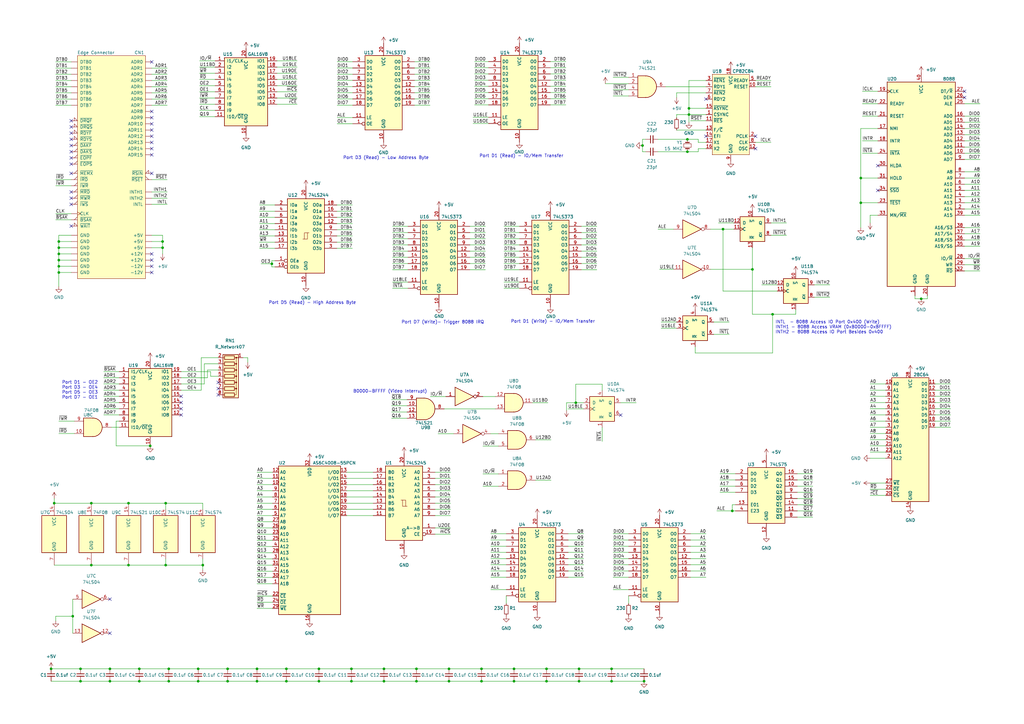
<source format=kicad_sch>
(kicad_sch (version 20211123) (generator eeschema)
  (paper "A3")
  (title_block (title "Titan QX-PC Clone") (date "2022-07-08") (rev "1.0"))
  (junction (at 67.945 206.375))
  (junction (at 353.06 73.025))
  (junction (at 130.81 274.32))
  (junction (at 250.825 274.32))
  (junction (at 45.085 274.32))
  (junction (at 157.48 274.32))
  (junction (at 52.705 231.775))
  (junction (at 353.06 83.185))
  (junction (at 33.02 274.32))
  (junction (at 22.225 206.375))
  (junction (at 316.865 128.905))
  (junction (at 210.82 274.32))
  (junction (at 37.465 231.775))
  (junction (at 282.575 44.45))
  (junction (at 237.49 274.32))
  (junction (at 300.355 209.55))
  (junction (at 377.825 122.555))
  (junction (at 296.545 93.98))
  (junction (at 197.485 279.4))
  (junction (at 24.13 111.76))
  (junction (at 281.94 62.23))
  (junction (at 93.345 279.4))
  (junction (at 37.465 206.375))
  (junction (at 52.705 206.375))
  (junction (at 210.82 279.4))
  (junction (at 69.215 279.4))
  (junction (at 170.815 279.4))
  (junction (at 282.575 46.99))
  (junction (at 29.845 252.73))
  (junction (at 67.945 231.775))
  (junction (at 33.02 279.4))
  (junction (at 224.155 274.32))
  (junction (at 83.185 231.775))
  (junction (at 81.28 274.32))
  (junction (at 157.48 279.4))
  (junction (at 264.16 279.4))
  (junction (at 24.13 104.14))
  (junction (at 184.15 274.32))
  (junction (at 66.675 101.6))
  (junction (at 61.595 182.88))
  (junction (at 224.155 279.4))
  (junction (at 57.15 274.32))
  (junction (at 184.15 279.4))
  (junction (at 263.525 59.69))
  (junction (at 105.41 279.4))
  (junction (at 24.13 99.06))
  (junction (at 66.675 99.06))
  (junction (at 117.475 274.32))
  (junction (at 24.13 109.22))
  (junction (at 308.61 110.49))
  (junction (at 170.815 274.32))
  (junction (at 57.15 279.4))
  (junction (at 111.506 108.204))
  (junction (at 237.49 279.4))
  (junction (at 93.345 274.32))
  (junction (at 144.145 274.32))
  (junction (at 197.485 274.32))
  (junction (at 24.13 106.68))
  (junction (at 250.825 279.4))
  (junction (at 144.145 279.4))
  (junction (at 45.085 279.4))
  (junction (at 281.94 57.15))
  (junction (at 117.475 279.4))
  (junction (at 81.28 279.4))
  (junction (at 69.215 274.32))
  (junction (at 24.13 101.6))
  (junction (at 105.41 274.32))
  (junction (at 130.81 279.4))
  (junction (at 20.955 274.32))
  (junction (at 236.1692 165.1762))
  (no_connect (at 74.295 167.64))
  (no_connect (at 74.295 170.18))
  (no_connect (at 74.295 162.56))
  (no_connect (at 74.295 165.1))
  (no_connect (at 360.045 67.945))
  (no_connect (at 62.23 55.88))
  (no_connect (at 62.23 53.34))
  (no_connect (at 62.23 50.8))
  (no_connect (at 62.23 48.26))
  (no_connect (at 62.23 63.5))
  (no_connect (at 62.23 60.96))
  (no_connect (at 62.23 58.42))
  (no_connect (at 29.21 49.53))
  (no_connect (at 29.21 54.61))
  (no_connect (at 29.21 78.74))
  (no_connect (at 29.21 92.71))
  (no_connect (at 29.21 59.69))
  (no_connect (at 29.21 64.77))
  (no_connect (at 62.23 71.12))
  (no_connect (at 62.23 25.4))
  (no_connect (at 254.5842 170.2562))
  (no_connect (at 89.535 156.845))
  (no_connect (at 89.535 159.385))
  (no_connect (at 89.535 161.925))
  (no_connect (at 395.605 37.465))
  (no_connect (at 395.605 40.005))
  (no_connect (at 360.045 78.105))
  (no_connect (at 289.56 55.88))
  (no_connect (at 289.56 40.64))
  (no_connect (at 45.085 245.745))
  (no_connect (at 45.085 259.715))
  (no_connect (at 309.88 55.88))
  (no_connect (at 309.88 60.96))
  (no_connect (at 62.23 45.72))
  (no_connect (at 29.21 52.07))
  (no_connect (at 29.21 83.82))
  (no_connect (at 29.21 81.28))
  (no_connect (at 29.21 67.31))
  (no_connect (at 29.21 71.12))
  (no_connect (at 29.21 62.23))
  (no_connect (at 29.21 57.15))
  (no_connect (at 62.23 104.14))
  (no_connect (at 62.23 106.68))
  (no_connect (at 62.23 109.22))
  (no_connect (at 62.23 111.76))
  (wire (pts (xy 286.385 60.96) (xy 286.385 62.23)))
  (wire (pts (xy 263.525 57.15) (xy 264.795 57.15)))
  (wire (pts (xy 206.7052 115.697) (xy 213.0552 115.697)))
  (wire (pts (xy 192.7352 105.537) (xy 199.0852 105.537)))
  (wire (pts (xy 294.64 91.44) (xy 300.99 91.44)))
  (wire (pts (xy 308.61 128.905) (xy 308.61 110.49)))
  (wire (pts (xy 250.825 274.32) (xy 264.16 274.32)))
  (wire (pts (xy 62.23 73.66) (xy 68.58 73.66)))
  (wire (pts (xy 201.295 236.728) (xy 207.645 236.728)))
  (wire (pts (xy 170.0276 30.4292) (xy 176.3776 30.4292)))
  (wire (pts (xy 160.9852 102.997) (xy 167.3352 102.997)))
  (wire (pts (xy 225.7552 35.4076) (xy 232.1052 35.4076)))
  (wire (pts (xy 117.475 274.32) (xy 130.81 274.32)))
  (wire (pts (xy 301.625 207.01) (xy 300.355 207.01)))
  (wire (pts (xy 233.045 226.568) (xy 239.395 226.568)))
  (wire (pts (xy 81.8642 27.5082) (xy 88.2142 27.5082)))
  (wire (pts (xy 62.23 43.18) (xy 68.58 43.18)))
  (wire (pts (xy 237.49 274.32) (xy 250.825 274.32)))
  (wire (pts (xy 61.595 182.88) (xy 47.625 182.88)))
  (wire (pts (xy 42.545 167.64) (xy 48.895 167.64)))
  (wire (pts (xy 232.9942 167.7162) (xy 239.3442 167.7162)))
  (wire (pts (xy 233.045 231.648) (xy 239.395 231.648)))
  (wire (pts (xy 37.465 206.375) (xy 52.705 206.375)))
  (wire (pts (xy 206.7052 92.837) (xy 213.0552 92.837)))
  (wire (pts (xy 22.86 30.48) (xy 29.21 30.48)))
  (wire (pts (xy 353.06 83.185) (xy 353.06 93.345)))
  (wire (pts (xy 206.7052 102.997) (xy 213.0552 102.997)))
  (wire (pts (xy 248.285 34.29) (xy 257.81 34.29)))
  (wire (pts (xy 66.675 96.52) (xy 66.675 99.06)))
  (wire (pts (xy 353.06 52.705) (xy 360.045 52.705)))
  (wire (pts (xy 356.87 167.64) (xy 363.22 167.64)))
  (wire (pts (xy 62.23 101.6) (xy 66.675 101.6)))
  (wire (pts (xy 81.8642 37.6682) (xy 88.2142 37.6682)))
  (wire (pts (xy 360.045 88.265) (xy 356.87 88.265)))
  (wire (pts (xy 170.815 279.4) (xy 184.15 279.4)))
  (wire (pts (xy 83.82 149.225) (xy 89.535 149.225)))
  (wire (pts (xy 81.8642 32.5882) (xy 88.2142 32.5882)))
  (wire (pts (xy 105.41 198.755) (xy 111.76 198.755)))
  (wire (pts (xy 105.41 208.915) (xy 111.76 208.915)))
  (wire (pts (xy 105.41 249.555) (xy 111.76 249.555)))
  (wire (pts (xy 309.88 35.56) (xy 316.23 35.56)))
  (wire (pts (xy 356.87 172.72) (xy 363.22 172.72)))
  (wire (pts (xy 395.605 78.105) (xy 401.955 78.105)))
  (wire (pts (xy 289.56 33.02) (xy 282.575 33.02)))
  (wire (pts (xy 105.41 229.235) (xy 111.76 229.235)))
  (wire (pts (xy 81.8642 40.2082) (xy 88.2142 40.2082)))
  (wire (pts (xy 106.426 91.694) (xy 112.776 91.694)))
  (wire (pts (xy 24.13 109.22) (xy 29.21 109.22)))
  (wire (pts (xy 283.21 231.648) (xy 289.56 231.648)))
  (wire (pts (xy 206.7052 108.077) (xy 213.0552 108.077)))
  (wire (pts (xy 138.176 89.154) (xy 144.526 89.154)))
  (wire (pts (xy 192.7352 100.457) (xy 199.0852 100.457)))
  (wire (pts (xy 138.2776 35.5092) (xy 144.6276 35.5092)))
  (wire (pts (xy 263.525 59.69) (xy 263.525 57.15)))
  (wire (pts (xy 105.41 221.615) (xy 111.76 221.615)))
  (wire (pts (xy 383.54 170.18) (xy 389.89 170.18)))
  (wire (pts (xy 395.605 62.865) (xy 401.955 62.865)))
  (wire (pts (xy 225.7552 30.3276) (xy 232.1052 30.3276)))
  (wire (pts (xy 395.605 47.625) (xy 401.955 47.625)))
  (wire (pts (xy 184.785 219.075) (xy 178.435 219.075)))
  (wire (pts (xy 142.24 203.835) (xy 153.035 203.835)))
  (wire (pts (xy 233.045 234.188) (xy 239.395 234.188)))
  (wire (pts (xy 192.7352 110.617) (xy 199.0852 110.617)))
  (wire (pts (xy 395.605 50.165) (xy 401.955 50.165)))
  (wire (pts (xy 194.6402 32.8676) (xy 200.3552 32.8676)))
  (wire (pts (xy 81.28 274.32) (xy 93.345 274.32)))
  (wire (pts (xy 356.87 200.66) (xy 363.22 200.66)))
  (wire (pts (xy 37.465 231.775) (xy 52.705 231.775)))
  (wire (pts (xy 83.82 157.48) (xy 83.82 149.225)))
  (wire (pts (xy 296.545 119.38) (xy 296.545 93.98)))
  (wire (pts (xy 170.0276 40.5892) (xy 176.3776 40.5892)))
  (wire (pts (xy 105.41 226.695) (xy 111.76 226.695)))
  (wire (pts (xy 237.49 279.4) (xy 250.825 279.4)))
  (wire (pts (xy 206.7052 95.377) (xy 213.0552 95.377)))
  (wire (pts (xy 24.13 177.8) (xy 30.48 177.8)))
  (wire (pts (xy 383.54 157.48) (xy 389.89 157.48)))
  (wire (pts (xy 233.045 224.028) (xy 239.395 224.028)))
  (wire (pts (xy 291.465 93.98) (xy 296.545 93.98)))
  (wire (pts (xy 363.22 198.12) (xy 356.87 198.12)))
  (wire (pts (xy 22.86 73.66) (xy 29.21 73.66)))
  (wire (pts (xy 395.605 95.885) (xy 401.955 95.885)))
  (wire (pts (xy 57.15 279.4) (xy 69.215 279.4)))
  (wire (pts (xy 160.6042 168.9862) (xy 166.9542 168.9862)))
  (wire (pts (xy 271.145 132.08) (xy 277.495 132.08)))
  (wire (pts (xy 192.7352 102.997) (xy 199.0852 102.997)))
  (wire (pts (xy 295.275 194.31) (xy 301.625 194.31)))
  (wire (pts (xy 356.87 170.18) (xy 363.22 170.18)))
  (wire (pts (xy 24.13 109.22) (xy 24.13 111.76)))
  (wire (pts (xy 201.295 241.808) (xy 207.645 241.808)))
  (wire (pts (xy 269.875 62.23) (xy 281.94 62.23)))
  (wire (pts (xy 62.23 81.28) (xy 68.58 81.28)))
  (wire (pts (xy 219.6592 180.4162) (xy 226.0092 180.4162)))
  (wire (pts (xy 138.176 84.074) (xy 144.526 84.074)))
  (wire (pts (xy 142.24 206.375) (xy 153.035 206.375)))
  (wire (pts (xy 283.21 224.028) (xy 289.56 224.028)))
  (wire (pts (xy 101.6 146.685) (xy 101.6 148.59)))
  (wire (pts (xy 157.48 274.32) (xy 170.815 274.32)))
  (wire (pts (xy 106.426 101.854) (xy 112.776 101.854)))
  (wire (pts (xy 33.02 279.4) (xy 45.085 279.4)))
  (wire (pts (xy 81.28 279.4) (xy 93.345 279.4)))
  (wire (pts (xy 62.23 35.56) (xy 68.58 35.56)))
  (wire (pts (xy 24.13 106.68) (xy 29.21 106.68)))
  (wire (pts (xy 380.365 121.285) (xy 380.365 122.555)))
  (wire (pts (xy 106.426 99.314) (xy 112.776 99.314)))
  (wire (pts (xy 178.435 203.835) (xy 184.785 203.835)))
  (wire (pts (xy 295.275 196.85) (xy 301.625 196.85)))
  (wire (pts (xy 83.185 231.775) (xy 83.185 233.68)))
  (wire (pts (xy 142.24 211.455) (xy 153.035 211.455)))
  (wire (pts (xy 277.495 46.99) (xy 282.575 46.99)))
  (wire (pts (xy 24.13 99.06) (xy 29.21 99.06)))
  (wire (pts (xy 138.2776 27.8892) (xy 144.6276 27.8892)))
  (wire (pts (xy 22.86 33.02) (xy 29.21 33.02)))
  (wire (pts (xy 105.41 236.855) (xy 111.76 236.855)))
  (wire (pts (xy 327.025 199.39) (xy 333.375 199.39)))
  (wire (pts (xy 353.695 42.545) (xy 360.045 42.545)))
  (wire (pts (xy 82.55 146.685) (xy 82.55 160.02)))
  (wire (pts (xy 238.4552 105.537) (xy 244.8052 105.537)))
  (wire (pts (xy 113.6142 32.5882) (xy 121.8692 32.5882)))
  (wire (pts (xy 334.01 116.84) (xy 340.36 116.84)))
  (wire (pts (xy 62.23 30.48) (xy 68.58 30.48)))
  (wire (pts (xy 24.13 106.68) (xy 24.13 109.22)))
  (wire (pts (xy 251.46 31.75) (xy 257.81 31.75)))
  (wire (pts (xy 395.605 111.125) (xy 401.955 111.125)))
  (wire (pts (xy 160.6042 163.9062) (xy 166.9542 163.9062)))
  (wire (pts (xy 85.09 154.94) (xy 85.09 151.765)))
  (wire (pts (xy 69.215 274.32) (xy 81.28 274.32)))
  (wire (pts (xy 263.525 62.23) (xy 263.525 59.69)))
  (wire (pts (xy 66.675 101.6) (xy 66.675 104.14)))
  (wire (pts (xy 194.6402 30.3276) (xy 200.3552 30.3276)))
  (wire (pts (xy 83.185 231.775) (xy 67.945 231.775)))
  (wire (pts (xy 62.23 78.74) (xy 68.58 78.74)))
  (wire (pts (xy 295.275 199.39) (xy 301.625 199.39)))
  (wire (pts (xy 233.045 229.108) (xy 239.395 229.108)))
  (wire (pts (xy 83.185 229.235) (xy 83.185 231.775)))
  (wire (pts (xy 282.575 44.45) (xy 289.56 44.45)))
  (wire (pts (xy 383.54 175.26) (xy 389.89 175.26)))
  (wire (pts (xy 316.865 144.78) (xy 285.115 144.78)))
  (wire (pts (xy 233.045 218.948) (xy 239.395 218.948)))
  (wire (pts (xy 206.7052 118.237) (xy 213.0552 118.237)))
  (wire (pts (xy 395.605 85.725) (xy 401.955 85.725)))
  (wire (pts (xy 356.87 203.2) (xy 363.22 203.2)))
  (wire (pts (xy 327.025 194.31) (xy 333.375 194.31)))
  (wire (pts (xy 113.6142 30.0482) (xy 121.8692 30.0482)))
  (wire (pts (xy 29.845 252.73) (xy 22.86 252.73)))
  (wire (pts (xy 277.495 38.1) (xy 277.495 40.005)))
  (wire (pts (xy 160.9852 92.837) (xy 167.3352 92.837)))
  (wire (pts (xy 218.3892 165.1762) (xy 224.7392 165.1762)))
  (wire (pts (xy 29.845 245.745) (xy 29.845 252.73)))
  (wire (pts (xy 356.87 182.88) (xy 363.22 182.88)))
  (wire (pts (xy 239.3442 165.1762) (xy 236.1692 165.1762)))
  (wire (pts (xy 105.41 213.995) (xy 111.76 213.995)))
  (wire (pts (xy 286.385 58.42) (xy 286.385 57.15)))
  (wire (pts (xy 291.465 110.49) (xy 308.61 110.49)))
  (wire (pts (xy 363.22 187.96) (xy 356.87 187.96)))
  (wire (pts (xy 42.545 154.94) (xy 48.895 154.94)))
  (wire (pts (xy 62.23 33.02) (xy 68.58 33.02)))
  (wire (pts (xy 22.225 204.47) (xy 22.225 206.375)))
  (wire (pts (xy 62.23 83.82) (xy 68.58 83.82)))
  (wire (pts (xy 224.155 274.32) (xy 237.49 274.32)))
  (wire (pts (xy 184.15 274.32) (xy 197.485 274.32)))
  (wire (pts (xy 201.295 234.188) (xy 207.645 234.188)))
  (wire (pts (xy 138.2776 40.5892) (xy 144.6276 40.5892)))
  (wire (pts (xy 236.1692 165.1762) (xy 232.3592 165.1762)))
  (wire (pts (xy 112.776 106.934) (xy 111.506 106.934)))
  (wire (pts (xy 395.605 52.705) (xy 401.955 52.705)))
  (wire (pts (xy 20.955 279.4) (xy 33.02 279.4)))
  (wire (pts (xy 22.86 25.4) (xy 29.21 25.4)))
  (wire (pts (xy 138.2776 38.0492) (xy 144.6276 38.0492)))
  (wire (pts (xy 117.475 279.4) (xy 130.81 279.4)))
  (wire (pts (xy 138.176 99.314) (xy 144.526 99.314)))
  (wire (pts (xy 257.81 244.348) (xy 257.81 247.523)))
  (wire (pts (xy 377.825 122.555) (xy 380.365 122.555)))
  (wire (pts (xy 105.41 279.4) (xy 117.475 279.4)))
  (wire (pts (xy 201.295 226.568) (xy 207.645 226.568)))
  (wire (pts (xy 198.0692 194.3862) (xy 204.4192 194.3862)))
  (wire (pts (xy 86.36 154.305) (xy 89.535 154.305)))
  (wire (pts (xy 282.575 33.02) (xy 282.575 44.45)))
  (wire (pts (xy 192.7352 92.837) (xy 199.0852 92.837)))
  (wire (pts (xy 24.13 99.06) (xy 24.13 101.6)))
  (wire (pts (xy 138.176 86.614) (xy 144.526 86.614)))
  (wire (pts (xy 182.1942 167.7162) (xy 203.1492 167.7162)))
  (wire (pts (xy 201.295 218.948) (xy 207.645 218.948)))
  (wire (pts (xy 192.7352 108.077) (xy 199.0852 108.077)))
  (wire (pts (xy 327.025 201.93) (xy 333.375 201.93)))
  (wire (pts (xy 29.845 252.73) (xy 29.845 259.715)))
  (wire (pts (xy 281.94 57.15) (xy 286.385 57.15)))
  (wire (pts (xy 176.4792 162.6362) (xy 182.8292 162.6362)))
  (wire (pts (xy 105.41 206.375) (xy 111.76 206.375)))
  (wire (pts (xy 383.54 167.64) (xy 389.89 167.64)))
  (wire (pts (xy 81.8642 24.9682) (xy 88.2142 24.9682)))
  (wire (pts (xy 113.6142 35.1282) (xy 121.8692 35.1282)))
  (wire (pts (xy 292.735 132.08) (xy 299.085 132.08)))
  (wire (pts (xy 24.13 96.52) (xy 24.13 99.06)))
  (wire (pts (xy 105.41 244.475) (xy 111.76 244.475)))
  (wire (pts (xy 89.535 146.685) (xy 82.55 146.685)))
  (wire (pts (xy 356.87 88.265) (xy 356.87 91.44)))
  (wire (pts (xy 138.2776 43.1292) (xy 144.6276 43.1292)))
  (wire (pts (xy 105.41 196.215) (xy 111.76 196.215)))
  (wire (pts (xy 281.94 62.23) (xy 286.385 62.23)))
  (wire (pts (xy 106.426 86.614) (xy 112.776 86.614)))
  (wire (pts (xy 111.506 106.934) (xy 111.506 108.204)))
  (wire (pts (xy 201.295 221.488) (xy 207.645 221.488)))
  (wire (pts (xy 225.7552 32.8676) (xy 232.1052 32.8676)))
  (wire (pts (xy 356.87 180.34) (xy 363.22 180.34)))
  (wire (pts (xy 138.2776 50.7492) (xy 144.6276 50.7492)))
  (wire (pts (xy 130.81 279.4) (xy 144.145 279.4)))
  (wire (pts (xy 238.4552 102.997) (xy 244.8052 102.997)))
  (wire (pts (xy 277.495 48.26) (xy 277.495 46.99)))
  (wire (pts (xy 395.605 98.425) (xy 401.955 98.425)))
  (wire (pts (xy 138.2776 25.3492) (xy 144.6276 25.3492)))
  (wire (pts (xy 113.6142 42.7482) (xy 121.8692 42.7482)))
  (wire (pts (xy 138.176 94.234) (xy 144.526 94.234)))
  (wire (pts (xy 353.695 57.785) (xy 360.045 57.785)))
  (wire (pts (xy 271.145 134.62) (xy 277.495 134.62)))
  (wire (pts (xy 194.6402 43.0276) (xy 200.3552 43.0276)))
  (wire (pts (xy 254.5842 165.1762) (xy 260.9342 165.1762)))
  (wire (pts (xy 251.46 218.948) (xy 257.81 218.948)))
  (wire (pts (xy 111.506 108.204) (xy 111.506 109.474)))
  (wire (pts (xy 219.6592 196.9262) (xy 226.0092 196.9262)))
  (wire (pts (xy 296.545 119.38) (xy 318.77 119.38)))
  (wire (pts (xy 206.7052 105.537) (xy 213.0552 105.537)))
  (wire (pts (xy 395.605 83.185) (xy 401.955 83.185)))
  (wire (pts (xy 282.575 46.99) (xy 289.56 46.99)))
  (wire (pts (xy 170.0276 38.0492) (xy 176.3776 38.0492)))
  (wire (pts (xy 111.506 109.474) (xy 112.776 109.474)))
  (wire (pts (xy 327.025 196.85) (xy 333.375 196.85)))
  (wire (pts (xy 113.6142 24.9682) (xy 121.8692 24.9682)))
  (wire (pts (xy 296.545 93.98) (xy 300.99 93.98)))
  (wire (pts (xy 198.0692 162.6362) (xy 203.1492 162.6362)))
  (wire (pts (xy 24.13 104.14) (xy 29.21 104.14)))
  (wire (pts (xy 194.0052 48.1076) (xy 200.3552 48.1076)))
  (wire (pts (xy 224.155 279.4) (xy 237.49 279.4)))
  (wire (pts (xy 170.0276 27.8892) (xy 176.3776 27.8892)))
  (wire (pts (xy 105.41 224.155) (xy 111.76 224.155)))
  (wire (pts (xy 22.86 38.1) (xy 29.21 38.1)))
  (wire (pts (xy 300.355 207.01) (xy 300.355 209.55)))
  (wire (pts (xy 99.695 146.685) (xy 101.6 146.685)))
  (wire (pts (xy 201.295 224.028) (xy 207.645 224.028)))
  (wire (pts (xy 294.005 209.55) (xy 300.355 209.55)))
  (wire (pts (xy 138.2776 48.2092) (xy 144.6276 48.2092)))
  (wire (pts (xy 179.6542 177.8762) (xy 186.0042 177.8762)))
  (wire (pts (xy 105.41 247.015) (xy 111.76 247.015)))
  (wire (pts (xy 105.41 203.835) (xy 111.76 203.835)))
  (wire (pts (xy 184.15 279.4) (xy 197.485 279.4)))
  (wire (pts (xy 282.575 44.45) (xy 282.575 46.99)))
  (wire (pts (xy 105.41 219.075) (xy 111.76 219.075)))
  (wire (pts (xy 395.605 42.545) (xy 401.955 42.545)))
  (wire (pts (xy 22.86 76.2) (xy 29.21 76.2)))
  (wire (pts (xy 42.545 165.1) (xy 48.895 165.1)))
  (wire (pts (xy 22.86 252.73) (xy 22.86 254.635)))
  (wire (pts (xy 24.13 111.76) (xy 24.13 117.475)))
  (wire (pts (xy 192.7352 95.377) (xy 199.0852 95.377)))
  (wire (pts (xy 67.945 206.375) (xy 52.705 206.375)))
  (wire (pts (xy 142.24 208.915) (xy 153.035 208.915)))
  (wire (pts (xy 269.875 93.98) (xy 276.225 93.98)))
  (wire (pts (xy 192.7352 97.917) (xy 199.0852 97.917)))
  (wire (pts (xy 160.9852 97.917) (xy 167.3352 97.917)))
  (wire (pts (xy 238.4552 108.077) (xy 244.8052 108.077)))
  (wire (pts (xy 238.4552 110.617) (xy 244.8052 110.617)))
  (wire (pts (xy 22.225 206.375) (xy 37.465 206.375)))
  (wire (pts (xy 93.345 279.4) (xy 105.41 279.4)))
  (wire (pts (xy 160.9852 108.077) (xy 167.3352 108.077)))
  (wire (pts (xy 184.785 216.535) (xy 178.435 216.535)))
  (wire (pts (xy 144.145 279.4) (xy 157.48 279.4)))
  (wire (pts (xy 308.61 128.905) (xy 316.865 128.905)))
  (wire (pts (xy 201.295 231.648) (xy 207.645 231.648)))
  (wire (pts (xy 251.46 221.488) (xy 257.81 221.488)))
  (wire (pts (xy 178.435 196.215) (xy 184.785 196.215)))
  (wire (pts (xy 194.6402 37.9476) (xy 200.3552 37.9476)))
  (wire (pts (xy 356.87 160.02) (xy 363.22 160.02)))
  (wire (pts (xy 160.9852 118.237) (xy 167.3352 118.237)))
  (wire (pts (xy 42.545 160.02) (xy 48.895 160.02)))
  (wire (pts (xy 24.13 172.72) (xy 30.48 172.72)))
  (wire (pts (xy 22.86 87.63) (xy 29.21 87.63)))
  (wire (pts (xy 285.115 144.78) (xy 285.115 142.24)))
  (wire (pts (xy 238.4552 97.917) (xy 244.8052 97.917)))
  (wire (pts (xy 81.8642 47.8282) (xy 88.2142 47.8282)))
  (wire (pts (xy 160.9852 115.697) (xy 167.3352 115.697)))
  (wire (pts (xy 251.46 241.808) (xy 257.81 241.808)))
  (wire (pts (xy 160.9852 105.537) (xy 167.3352 105.537)))
  (wire (pts (xy 106.426 84.074) (xy 112.776 84.074)))
  (wire (pts (xy 105.41 234.315) (xy 111.76 234.315)))
  (wire (pts (xy 144.145 274.32) (xy 157.48 274.32)))
  (wire (pts (xy 22.225 231.775) (xy 37.465 231.775)))
  (wire (pts (xy 395.605 93.345) (xy 401.955 93.345)))
  (wire (pts (xy 81.8642 42.7482) (xy 88.2142 42.7482)))
  (wire (pts (xy 160.9852 110.617) (xy 167.3352 110.617)))
  (wire (pts (xy 170.815 274.32) (xy 184.15 274.32)))
  (wire (pts (xy 395.605 88.265) (xy 401.955 88.265)))
  (wire (pts (xy 57.15 274.32) (xy 69.215 274.32)))
  (wire (pts (xy 81.8642 45.2882) (xy 88.2142 45.2882)))
  (wire (pts (xy 20.955 274.32) (xy 33.02 274.32)))
  (wire (pts (xy 210.82 274.32) (xy 224.155 274.32)))
  (wire (pts (xy 225.7552 43.0276) (xy 232.1052 43.0276)))
  (wire (pts (xy 283.21 226.568) (xy 289.56 226.568)))
  (wire (pts (xy 395.605 65.405) (xy 401.955 65.405)))
  (wire (pts (xy 178.435 193.675) (xy 184.785 193.675)))
  (wire (pts (xy 353.695 37.465) (xy 360.045 37.465)))
  (wire (pts (xy 22.86 35.56) (xy 29.21 35.56)))
  (wire (pts (xy 251.46 234.188) (xy 257.81 234.188)))
  (wire (pts (xy 270.51 110.49) (xy 276.225 110.49)))
  (wire (pts (xy 238.4552 95.377) (xy 244.8052 95.377)))
  (wire (pts (xy 105.41 231.775) (xy 111.76 231.775)))
  (wire (pts (xy 283.21 221.488) (xy 289.56 221.488)))
  (wire (pts (xy 160.9852 100.457) (xy 167.3352 100.457)))
  (wire (pts (xy 283.21 229.108) (xy 289.56 229.108)))
  (wire (pts (xy 292.735 137.16) (xy 299.085 137.16)))
  (wire (pts (xy 170.0276 43.1292) (xy 176.3776 43.1292)))
  (wire (pts (xy 42.545 152.4) (xy 48.895 152.4)))
  (wire (pts (xy 24.13 104.14) (xy 24.13 106.68)))
  (wire (pts (xy 105.41 211.455) (xy 111.76 211.455)))
  (wire (pts (xy 67.945 231.775) (xy 52.705 231.775)))
  (wire (pts (xy 194.6402 27.7876) (xy 200.3552 27.7876)))
  (wire (pts (xy 170.0276 25.3492) (xy 176.3776 25.3492)))
  (wire (pts (xy 69.215 279.4) (xy 81.28 279.4)))
  (wire (pts (xy 312.42 116.84) (xy 318.77 116.84)))
  (wire (pts (xy 383.54 172.72) (xy 389.89 172.72)))
  (wire (pts (xy 395.605 108.585) (xy 401.955 108.585)))
  (wire (pts (xy 375.285 121.285) (xy 375.285 122.555)))
  (wire (pts (xy 74.295 152.4) (xy 86.36 152.4)))
  (wire (pts (xy 106.426 94.234) (xy 112.776 94.234)))
  (wire (pts (xy 66.675 99.06) (xy 66.675 101.6)))
  (wire (pts (xy 62.23 38.1) (xy 68.58 38.1)))
  (wire (pts (xy 236.1692 157.5562) (xy 246.9642 157.5562)))
  (wire (pts (xy 395.605 73.025) (xy 401.955 73.025)))
  (wire (pts (xy 300.355 209.55) (xy 301.625 209.55)))
  (wire (pts (xy 353.06 73.025) (xy 360.045 73.025)))
  (wire (pts (xy 142.24 201.295) (xy 153.035 201.295)))
  (wire (pts (xy 113.6142 27.5082) (xy 121.8692 27.5082)))
  (wire (pts (xy 33.02 274.32) (xy 45.085 274.32)))
  (wire (pts (xy 178.435 208.915) (xy 184.785 208.915)))
  (wire (pts (xy 289.56 58.42) (xy 286.385 58.42)))
  (wire (pts (xy 356.87 177.8) (xy 363.22 177.8)))
  (wire (pts (xy 356.87 162.56) (xy 363.22 162.56)))
  (wire (pts (xy 86.36 152.4) (xy 86.36 154.305)))
  (wire (pts (xy 316.23 91.44) (xy 322.58 91.44)))
  (wire (pts (xy 238.4552 100.457) (xy 244.8052 100.457)))
  (wire (pts (xy 395.605 80.645) (xy 401.955 80.645)))
  (wire (pts (xy 283.21 236.728) (xy 289.56 236.728)))
  (wire (pts (xy 383.54 162.56) (xy 389.89 162.56)))
  (wire (pts (xy 48.895 175.26) (xy 45.72 175.26)))
  (wire (pts (xy 206.7052 110.617) (xy 213.0552 110.617)))
  (wire (pts (xy 138.176 91.694) (xy 144.526 91.694)))
  (wire (pts (xy 295.275 201.93) (xy 301.625 201.93)))
  (wire (pts (xy 251.46 224.028) (xy 257.81 224.028)))
  (wire (pts (xy 277.495 53.34) (xy 289.56 53.34)))
  (wire (pts (xy 356.87 165.1) (xy 363.22 165.1)))
  (wire (pts (xy 316.865 128.905) (xy 326.39 128.905)))
  (wire (pts (xy 105.41 239.395) (xy 111.76 239.395)))
  (wire (pts (xy 282.575 46.99) (xy 282.575 50.165)))
  (wire (pts (xy 334.01 121.92) (xy 340.36 121.92)))
  (wire (pts (xy 22.86 43.18) (xy 29.21 43.18)))
  (wire (pts (xy 142.24 196.215) (xy 153.035 196.215)))
  (wire (pts (xy 327.025 212.09) (xy 333.375 212.09)))
  (wire (pts (xy 22.86 40.64) (xy 29.21 40.64)))
  (wire (pts (xy 138.176 96.774) (xy 144.526 96.774)))
  (wire (pts (xy 138.2776 32.9692) (xy 144.6276 32.9692)))
  (wire (pts (xy 201.295 229.108) (xy 207.645 229.108)))
  (wire (pts (xy 327.025 204.47) (xy 333.375 204.47)))
  (wire (pts (xy 383.54 165.1) (xy 389.89 165.1)))
  (wire (pts (xy 326.39 127) (xy 326.39 128.905)))
  (wire (pts (xy 42.545 157.48) (xy 48.895 157.48)))
  (wire (pts (xy 47.625 172.72) (xy 47.625 182.88)))
  (wire (pts (xy 29.21 96.52) (xy 24.13 96.52)))
  (wire (pts (xy 194.6402 40.4876) (xy 200.3552 40.4876)))
  (wire (pts (xy 42.545 170.18) (xy 48.895 170.18)))
  (wire (pts (xy 142.24 198.755) (xy 153.035 198.755)))
  (wire (pts (xy 356.87 185.42) (xy 363.22 185.42)))
  (wire (pts (xy 283.21 218.948) (xy 289.56 218.948)))
  (wire (pts (xy 24.13 101.6) (xy 24.13 104.14)))
  (wire (pts (xy 269.875 57.15) (xy 281.94 57.15)))
  (wire (pts (xy 251.46 39.37) (xy 257.81 39.37)))
  (wire (pts (xy 138.2776 30.4292) (xy 144.6276 30.4292)))
  (wire (pts (xy 160.9852 95.377) (xy 167.3352 95.377)))
  (wire (pts (xy 383.54 160.02) (xy 389.89 160.02)))
  (wire (pts (xy 83.185 208.915) (xy 83.185 206.375)))
  (wire (pts (xy 178.435 206.375) (xy 184.785 206.375)))
  (wire (pts (xy 74.295 160.02) (xy 82.55 160.02)))
  (wire (pts (xy 62.23 40.64) (xy 68.58 40.64)))
  (wire (pts (xy 395.605 60.325) (xy 401.955 60.325)))
  (wire (pts (xy 113.6142 40.2082) (xy 121.8692 40.2082)))
  (wire (pts (xy 194.0052 50.6476) (xy 200.3552 50.6476)))
  (wire (pts (xy 107.061 108.204) (xy 111.506 108.204)))
  (wire (pts (xy 273.05 35.56) (xy 289.56 35.56)))
  (wire (pts (xy 45.085 274.32) (xy 57.15 274.32)))
  (wire (pts (xy 106.426 96.774) (xy 112.776 96.774)))
  (wire (pts (xy 225.7552 27.7876) (xy 232.1052 27.7876)))
  (wire (pts (xy 283.21 49.53) (xy 289.56 49.53)))
  (wire (pts (xy 24.13 111.76) (xy 29.21 111.76)))
  (wire (pts (xy 45.085 279.4) (xy 57.15 279.4)))
  (wire (pts (xy 105.41 193.675) (xy 111.76 193.675)))
  (wire (pts (xy 225.7552 40.4876) (xy 232.1052 40.4876)))
  (wire (pts (xy 85.09 151.765) (xy 89.535 151.765)))
  (wire (pts (xy 197.485 279.4) (xy 210.82 279.4)))
  (wire (pts (xy 93.345 274.32) (xy 105.41 274.32)))
  (wire (pts (xy 395.605 55.245) (xy 401.955 55.245)))
  (wire (pts (xy 170.0276 35.5092) (xy 176.3776 35.5092)))
  (wire (pts (xy 353.06 73.025) (xy 353.06 52.705)))
  (wire (pts (xy 316.865 128.905) (xy 316.865 144.78)))
  (wire (pts (xy 198.0692 199.4662) (xy 204.4192 199.4662)))
  (wire (pts (xy 74.295 157.48) (xy 83.82 157.48)))
  (wire (pts (xy 105.41 216.535) (xy 111.76 216.535)))
  (wire (pts (xy 74.295 154.94) (xy 85.09 154.94)))
  (wire (pts (xy 360.045 83.185) (xy 353.06 83.185)))
  (wire (pts (xy 178.435 201.295) (xy 184.785 201.295)))
  (wire (pts (xy 142.24 193.675) (xy 153.035 193.675)))
  (wire (pts (xy 289.56 60.96) (xy 286.385 60.96)))
  (wire (pts (xy 264.795 62.23) (xy 263.525 62.23)))
  (wire (pts (xy 81.8642 30.0482) (xy 88.2142 30.0482)))
  (wire (pts (xy 210.82 279.4) (xy 224.155 279.4)))
  (wire (pts (xy 160.6042 171.5262) (xy 166.9542 171.5262)))
  (wire (pts (xy 251.46 236.728) (xy 257.81 236.728)))
  (wire (pts (xy 130.81 274.32) (xy 144.145 274.32)))
  (wire (pts (xy 309.88 58.42) (xy 316.23 58.42)))
  (wire (pts (xy 105.41 274.32) (xy 117.475 274.32)))
  (wire (pts (xy 178.435 198.755) (xy 184.785 198.755)))
  (wire (pts (xy 83.185 206.375) (xy 67.945 206.375)))
  (wire (pts (xy 353.695 47.625) (xy 360.045 47.625)))
  (wire (pts (xy 170.0276 32.9692) (xy 176.3776 32.9692)))
  (wire (pts (xy 62.23 99.06) (xy 66.675 99.06)))
  (wire (pts (xy 353.06 83.185) (xy 353.06 73.025)))
  (wire (pts (xy 22.86 27.94) (xy 29.21 27.94)))
  (wire (pts (xy 309.88 33.02) (xy 316.23 33.02)))
  (wire (pts (xy 236.1692 165.1762) (xy 236.1692 157.5562)))
  (wire (pts (xy 233.045 236.728) (xy 239.395 236.728)))
  (wire (pts (xy 289.56 38.1) (xy 277.495 38.1)))
  (wire (pts (xy 225.7552 25.2476) (xy 232.1052 25.2476)))
  (wire (pts (xy 206.7052 100.457) (xy 213.0552 100.457)))
  (wire (pts (xy 225.7552 37.9476) (xy 232.1052 37.9476)))
  (wire (pts (xy 113.6142 37.6682) (xy 121.8692 37.6682)))
  (wire (pts (xy 246.9642 157.5562) (xy 246.9642 160.0962)))
  (wire (pts (xy 251.46 229.108) (xy 257.81 229.108)))
  (wire (pts (xy 198.0692 182.9562) (xy 204.4192 182.9562)))
  (wire (pts (xy 251.46 36.83) (xy 257.81 36.83)))
  (wire (pts (xy 138.176 101.854) (xy 144.526 101.854)))
  (wire (pts (xy 395.605 75.565) (xy 401.955 75.565)))
  (wire (pts (xy 194.6402 25.2476) (xy 200.3552 25.2476)))
  (wire (pts (xy 375.285 122.555) (xy 377.825 122.555)))
  (wire (pts (xy 246.9642 175.3362) (xy 246.9642 181.0512)))
  (wire (pts (xy 62.23 96.52) (xy 66.675 96.52)))
  (wire (pts (xy 160.6042 166.4462) (xy 166.9542 166.4462)))
  (wire (pts (xy 197.485 274.32) (xy 210.82 274.32)))
  (wire (pts (xy 81.8642 35.1282) (xy 88.2142 35.1282)))
  (wire (pts (xy 201.2442 177.8762) (xy 204.4192 177.8762)))
  (wire (pts (xy 251.46 226.568) (xy 257.81 226.568)))
  (wire (pts (xy 233.045 221.488) (xy 239.395 221.488)))
  (wire (pts (xy 206.7052 97.917) (xy 213.0552 97.917)))
  (wire (pts (xy 194.6402 35.4076) (xy 200.3552 35.4076)))
  (wire (pts (xy 250.825 279.4) (xy 264.16 279.4)))
  (wire (pts (xy 308.61 110.49) (xy 308.61 101.6)))
  (wire (pts (xy 67.945 229.235) (xy 67.945 231.775)))
  (wire (pts (xy 178.435 211.455) (xy 184.785 211.455)))
  (wire (pts (xy 395.605 106.045) (xy 401.955 106.045)))
  (wire (pts (xy 157.48 279.4) (xy 170.815 279.4)))
  (wire (pts (xy 327.025 209.55) (xy 333.375 209.55)))
  (wire (pts (xy 62.23 27.94) (xy 68.58 27.94)))
  (wire (pts (xy 238.4552 92.837) (xy 244.8052 92.837)))
  (wire (pts (xy 353.695 62.865) (xy 360.045 62.865)))
  (wire (pts (xy 395.605 100.965) (xy 401.955 100.965)))
  (wire (pts (xy 106.426 89.154) (xy 112.776 89.154)))
  (wire (pts (xy 67.945 206.375) (xy 67.945 208.915)))
  (wire (pts (xy 105.41 201.295) (xy 111.76 201.295)))
  (wire (pts (xy 24.13 101.6) (xy 29.21 101.6)))
  (wire (pts (xy 395.605 70.485) (xy 401.955 70.485)))
  (wire (pts (xy 42.545 162.56) (xy 48.895 162.56)))
  (wire (pts (xy 356.87 157.48) (xy 363.22 157.48)))
  (wire (pts (xy 283.21 234.188) (xy 289.56 234.188)))
  (wire (pts (xy 207.645 244.348) (xy 207.645 247.523)))
  (wire (pts (xy 251.46 231.648) (xy 257.81 231.648)))
  (wire (pts (xy 232.3592 165.1762) (xy 232.3592 168.3512)))
  (wire (pts (xy 316.23 96.52) (xy 322.58 96.52)))
  (wire (pts (xy 395.605 57.785) (xy 401.955 57.785)))
  (wire (pts (xy 327.025 207.01) (xy 333.375 207.01)))
  (wire (pts (xy 48.895 172.72) (xy 47.625 172.72)))
  (wire (pts (xy 356.87 175.26) (xy 363.22 175.26)))
  (wire (pts (xy 22.86 90.17) (xy 29.21 90.17)))
  (text "Port D3 (Read) - Low Address Byte" (at 140.6906 65.5574 0) (effects (font (size 1.27 1.27)) (justify left bottom)))
  (text "INTL  - 8088 Access IO Port 0x400 (Write)\nINTH1 - 8088 Access VRAM (0xB0000-0xBFFFF)\nINTH2 - 8088 Access IO Port Besides 0x400\n" (at 318.0334 137.033 0) (effects (font (size 1.27 1.27)) (justify left bottom)))
  (text "Port D1 - OE2\nPort D3 - OE4\nPort D5 - OE3\nPort D7 - OE1" (at 25.4 163.83 0) (effects (font (size 1.27 1.27)) (justify left bottom)))
  (text "Port D7 (Write)- Trigger 8088 IRQ" (at 164.6174 132.969 0) (effects (font (size 1.27 1.27)) (justify left bottom)))
  (text "B0000-BFFFF (Video Interrupt)" (at 144.8054 161.3408 0) (effects (font (size 1.27 1.27)) (justify left bottom)))
  (text "Port D5 (Read) - High Address Byte" (at 110.1598 124.968 0) (effects (font (size 1.27 1.27)) (justify left bottom)))
  (text "Port D1 (Read) - IO/Mem Transfer" (at 196.5706 64.7954 0) (effects (font (size 1.27 1.27)) (justify left bottom)))
  (text "Port D1 (Write) - IO/Mem Transfer" (at 209.4992 132.6896 0) (effects (font (size 1.27 1.27)) (justify left bottom)))
  (label "DIO5" (at 199.0852 105.537 180))
  (label "~{IWR}" (at 24.13 172.72 0))
  (label "~{rCE}" (at 121.8692 42.7482 180))
  (label "DIO7" (at 199.0852 110.617 180))
  (label "DIO5" (at 401.955 60.325 180))
  (label "~{RD}" (at 356.87 200.66 0))
  (label "OE3" (at 80.645 157.48 180))
  (label "ADR1" (at 42.545 154.94 0))
  (label "DIO4" (at 244.8052 102.997 180))
  (label "A0" (at 105.41 193.675 0))
  (label "A10" (at 198.0692 199.4662 0))
  (label "DTB7" (at 160.9852 110.617 0))
  (label "~{BSAK}" (at 42.545 152.4 0))
  (label "A10" (at 356.87 182.88 0))
  (label "Q17" (at 160.6042 168.9862 0))
  (label "DIO4" (at 138.2776 35.5092 0))
  (label "DIO5" (at 244.8052 105.537 180))
  (label "A2" (at 356.87 162.56 0))
  (label "A13" (at 106.426 96.774 0))
  (label "Q15" (at 105.41 231.775 0))
  (label "RESET" (at 316.23 35.56 180))
  (label "A7" (at 289.56 236.728 180))
  (label "~{mCS}" (at 184.785 219.075 180))
  (label "DIO2" (at 194.6402 30.3276 0))
  (label "DTB0" (at 232.1052 25.2476 180))
  (label "~{IRD}" (at 24.13 177.8 0))
  (label "~{INTA}" (at 160.9852 118.237 0))
  (label "DTB7" (at 144.526 101.854 180))
  (label "OE3" (at 107.061 108.204 0))
  (label "A1" (at 356.87 160.02 0))
  (label "DIO4" (at 199.0852 102.997 180))
  (label "ALE" (at 201.295 241.808 0))
  (label "DTB2" (at 206.7052 97.917 0))
  (label "DIO1" (at 389.89 160.02 180))
  (label "DIO7" (at 389.89 175.26 180))
  (label "READY" (at 316.23 33.02 180))
  (label "DIO7" (at 401.955 65.405 180))
  (label "DIO2" (at 251.46 224.028 0))
  (label "DTB1" (at 22.86 27.94 0))
  (label "DIO7" (at 251.46 236.728 0))
  (label "OE4" (at 138.2776 50.7492 0))
  (label "~{WR}" (at 401.955 108.585 180))
  (label "IO{slash}~{M}" (at 198.0692 182.9562 0))
  (label "DIO7" (at 194.6402 43.0276 0))
  (label "A10" (at 179.6542 177.8762 0))
  (label "Q18" (at 105.41 239.395 0))
  (label "DIO1" (at 194.6402 27.7876 0))
  (label "DTB6" (at 22.86 40.64 0))
  (label "ADR1" (at 68.58 27.94 180))
  (label "Q13" (at 105.41 226.695 0))
  (label "U12AD" (at 271.145 132.08 0))
  (label "DIO2" (at 199.0852 97.917 180))
  (label "DIO6" (at 389.89 172.72 180))
  (label "~{mCS}" (at 121.8692 37.6682 180))
  (label "Q9" (at 239.395 221.488 180))
  (label "INTH1" (at 68.58 78.74 180))
  (label "DTB5" (at 144.526 96.774 180))
  (label "DTB6" (at 176.3776 40.5892 180))
  (label "A15" (at 401.955 88.265 180))
  (label "A0" (at 356.87 157.48 0))
  (label "A2" (at 105.41 198.755 0))
  (label "A3" (at 289.56 226.568 180))
  (label "Q17" (at 333.375 199.39 180))
  (label "Q16" (at 333.375 201.93 180))
  (label "DIO7" (at 184.785 211.455 180))
  (label "~{Q19}" (at 333.375 204.47 180))
  (label "~{RSET}" (at 68.58 73.66 180))
  (label "Q14" (at 239.395 234.188 180))
  (label "Q11" (at 239.395 226.568 180))
  (label "A19" (at 401.955 100.965 180))
  (label "Q14" (at 105.41 229.235 0))
  (label "DIO7" (at 244.8052 110.617 180))
  (label "A17" (at 295.275 199.39 0))
  (label "A17" (at 401.955 95.885 180))
  (label "DIO1" (at 244.8052 95.377 180))
  (label "A5" (at 105.41 206.375 0))
  (label "A13" (at 201.295 231.648 0))
  (label "DTB0" (at 206.7052 92.837 0))
  (label "Q19" (at 333.375 194.31 180))
  (label "A2" (at 289.56 224.028 180))
  (label "IO{slash}~{M}" (at 401.955 106.045 180))
  (label "U11BD" (at 294.64 91.44 0))
  (label "A10" (at 401.955 75.565 180))
  (label "A0" (at 289.56 218.948 180))
  (label "Q9" (at 105.41 216.535 0))
  (label "~{INTL}" (at 299.085 137.16 180))
  (label "~{WR}" (at 106.426 99.314 0))
  (label "OE2" (at 81.8642 35.1282 0))
  (label "DIO6" (at 194.6402 40.4876 0))
  (label "DTB4" (at 144.526 94.234 180))
  (label "A10" (at 106.426 89.154 0))
  (label "OE4" (at 80.645 160.02 180))
  (label "DTB0" (at 176.3776 25.3492 180))
  (label "DIO6" (at 199.0852 108.077 180))
  (label "DTB1" (at 160.9852 95.377 0))
  (label "DTB7" (at 22.86 43.18 0))
  (label "U2OE" (at 121.8692 40.2082 180))
  (label "DIO1" (at 401.955 50.165 180))
  (label "ADR2" (at 42.545 157.48 0))
  (label "READY" (at 353.695 42.545 0))
  (label "ADR3" (at 42.545 160.02 0))
  (label "DTB5" (at 22.86 38.1 0))
  (label "DTB3" (at 232.1052 32.8676 180))
  (label "DIO5" (at 184.785 206.375 180))
  (label "A1" (at 289.56 221.488 180))
  (label "DIO3" (at 244.8052 100.457 180))
  (label "A5" (at 289.56 231.648 180))
  (label "Q13" (at 239.395 231.648 180))
  (label "DIO4" (at 184.785 203.835 180))
  (label "INTH2" (at 340.36 116.84 180))
  (label "~{INTA}" (at 246.9642 181.0512 90))
  (label "DTB1" (at 176.3776 27.8892 180))
  (label "~{INTH1}" (at 322.58 96.52 180))
  (label "DTB2" (at 160.9852 97.917 0))
  (label "U18LE" (at 121.8692 24.9682 180))
  (label "U12AD" (at 226.0092 196.9262 180))
  (label "DTB4" (at 176.3776 35.5092 180))
  (label "~{INTH1}" (at 251.46 36.83 0))
  (label "Q17" (at 105.41 236.855 0))
  (label "DIO1" (at 184.785 196.215 180))
  (label "U16LE" (at 194.0052 48.1076 0))
  (label "Q10" (at 239.395 224.028 180))
  (label "A8" (at 201.295 218.948 0))
  (label "ALE" (at 269.875 93.98 0))
  (label "DIO3" (at 184.785 201.295 180))
  (label "DTB3" (at 144.526 91.694 180))
  (label "U19OE" (at 206.7052 118.237 0))
  (label "DTB6" (at 232.1052 40.4876 180))
  (label "A11" (at 356.87 185.42 0))
  (label "A4" (at 356.87 167.64 0))
  (label "ADR7" (at 68.58 43.18 180))
  (label "DTB5" (at 176.3776 38.0492 180))
  (label "DIO3" (at 251.46 226.568 0))
  (label "DTB3" (at 160.9852 100.457 0))
  (label "U11BD" (at 224.7392 165.1762 180))
  (label "OE1" (at 81.8642 37.6682 0))
  (label "A8" (at 356.87 177.8 0))
  (label "A16" (at 401.955 93.345 180))
  (label "Q8" (at 239.395 218.948 180))
  (label "DTB7" (at 176.3776 43.1292 180))
  (label "A3" (at 356.87 165.1 0))
  (label "DIO0" (at 251.46 218.948 0))
  (label "U12BD" (at 226.0092 180.4162 180))
  (label "A9" (at 201.295 221.488 0))
  (label "DIO4" (at 389.89 167.64 180))
  (label "DIO6" (at 244.8052 108.077 180))
  (label "~{mCS}" (at 105.41 244.475 0))
  (label "DTB4" (at 160.9852 102.997 0))
  (label "DIO3" (at 389.89 165.1 180))
  (label "DIO1" (at 251.46 221.488 0))
  (label "DTB5" (at 206.7052 105.537 0))
  (label "IO{slash}~{M}" (at 176.4792 162.6362 0))
  (label "DIO0" (at 244.8052 92.837 180))
  (label "Q19" (at 81.8642 47.8282 0))
  (label "DIO6" (at 184.785 208.915 180))
  (label "DTB7" (at 232.1052 43.0276 180))
  (label "Q15" (at 239.395 236.728 180))
  (label "~{Q18}" (at 160.6042 163.9062 0))
  (label "U19LE" (at 270.51 110.49 0))
  (label "DTB4" (at 206.7052 102.997 0))
  (label "U16OE" (at 121.8692 35.1282 180))
  (label "~{IRD}" (at 81.8642 42.7482 0))
  (label "A14" (at 401.955 85.725 180))
  (label "DTB4" (at 232.1052 35.4076 180))
  (label "A13" (at 401.955 83.185 180))
  (label "A11" (at 401.955 78.105 180))
  (label "A9" (at 401.955 73.025 180))
  (label "A8" (at 401.955 70.485 180))
  (label "DIO4" (at 194.6402 35.4076 0))
  (label "~{RD}" (at 105.41 247.015 0))
  (label "DIO3" (at 199.0852 100.457 180))
  (label "A12" (at 401.955 80.645 180))
  (label "~{RD}" (at 401.955 111.125 180))
  (label "U19LE" (at 121.8692 27.5082 180))
  (label "U18LE" (at 232.9942 167.7162 0))
  (label "DIO0" (at 138.2776 25.3492 0))
  (label "A9" (at 106.426 86.614 0))
  (label "A3" (at 105.41 201.295 0))
  (label "~{IRD}" (at 22.86 73.66 0))
  (label "ALE" (at 138.2776 48.2092 0))
  (label "A4" (at 289.56 229.108 180))
  (label "DIO2" (at 184.785 198.755 180))
  (label "OE2" (at 80.645 154.94 180))
  (label "CLK" (at 81.8642 45.2882 0))
  (label "ADR3" (at 68.58 33.02 180))
  (label "DTB6" (at 206.7052 108.077 0))
  (label "Q19" (at 160.6042 166.4462 0))
  (label "U2OE" (at 184.785 216.535 180))
  (label "DIO1" (at 138.2776 27.8892 0))
  (label "DIO6" (at 401.955 62.865 180))
  (label "A11" (at 201.295 226.568 0))
  (label "DTB5" (at 160.9852 105.537 0))
  (label "~{Q18}" (at 333.375 207.01 180))
  (label "ADR5" (at 68.58 38.1 180))
  (label "DIO1" (at 199.0852 95.377 180))
  (label "INTH1" (at 322.58 91.44 180))
  (label "ADR7" (at 42.545 170.18 0))
  (label "Q11" (at 105.41 221.615 0))
  (label "A11" (at 106.426 91.694 0))
  (label "Q16" (at 105.41 234.315 0))
  (label "A1" (at 105.41 196.215 0))
  (label "U12BD" (at 312.42 116.84 0))
  (label "DTB1" (at 232.1052 27.7876 180))
  (label "U19OE" (at 121.8692 30.0482 180))
  (label "ADR2" (at 68.58 30.48 180))
  (label "IO{slash}~{M}" (at 198.0692 194.3862 0))
  (label "DTB7" (at 206.7052 110.617 0))
  (label "DTB0" (at 22.86 25.4 0))
  (label "ADR6" (at 42.545 167.64 0))
  (label "Q8" (at 105.41 213.995 0))
  (label "~{INTA}" (at 353.695 62.865 0))
  (label "ALE" (at 401.955 42.545 180))
  (label "DTB5" (at 232.1052 37.9476 180))
  (label "~{IWR}" (at 81.8642 40.2082 0))
  (label "U16LE" (at 121.8692 32.5882 180))
  (label "A18" (at 401.955 98.425 180))
  (label "~{WR}" (at 81.8642 30.0482 0))
  (label "A6" (at 289.56 234.188 180))
  (label "DTB2" (at 176.3776 30.4292 180))
  (label "~{Q16}" (at 333.375 212.09 180))
  (label "Q16" (at 160.6042 171.5262 0))
  (label "DTB1" (at 144.526 86.614 180))
  (label "DTB2" (at 22.86 30.48 0))
  (label "DTB0" (at 160.9852 92.837 0))
  (label "INTR" (at 260.9342 165.1762 180))
  (label "A6" (at 356.87 172.72 0))
  (label "A6" (at 105.41 208.915 0))
  (label "DTB1" (at 206.7052 95.377 0))
  (label "Q18" (at 333.375 196.85 180))
  (label "DTB6" (at 144.526 99.314 180))
  (label "DIO3" (at 138.2776 32.9692 0))
  (label "ADR4" (at 42.545 162.56 0))
  (label "~{RSET}" (at 283.21 49.53 0))
  (label "~{Q17}" (at 333.375 209.55 180))
  (label "ADR5" (at 42.545 165.1 0))
  (label "A5" (at 356.87 170.18 0))
  (label "DTB3" (at 176.3776 32.9692 180))
  (label "DIO2" (at 401.955 52.705 180))
  (label "DTB0" (at 144.526 84.074 180))
  (label "DIO0" (at 389.89 157.48 180))
  (label "DTB3" (at 206.7052 100.457 0))
  (label "DIO0" (at 401.955 47.625 180))
  (label "DIO5" (at 138.2776 38.0492 0))
  (label "DIO5" (at 194.6402 37.9476 0))
  (label "A9" (at 356.87 180.34 0))
  (label "RESET" (at 353.695 47.625 0))
  (label "A15" (at 201.295 236.728 0))
  (label "DIO5" (at 251.46 231.648 0))
  (label "~{INTL}" (at 251.46 39.37 0))
  (label "DTB3" (at 22.86 33.02 0))
  (label "~{WR}" (at 105.41 249.555 0))
  (label "~{INTH2}" (at 340.36 121.92 180))
  (label "A19" (at 295.275 194.31 0))
  (label "ALE" (at 294.005 209.55 0))
  (label "INTL" (at 299.085 132.08 180))
  (label "DIO0" (at 194.6402 25.2476 0))
  (label "A7" (at 105.41 211.455 0))
  (label "DIO6" (at 138.2776 40.5892 0))
  (label "DTB6" (at 160.9852 108.077 0))
  (label "CLK" (at 22.86 87.63 0))
  (label "~{RD}" (at 81.8642 32.5882 0))
  (label "A7" (at 356.87 175.26 0))
  (label "U18LE" (at 160.9852 115.697 0))
  (label "A12" (at 106.426 94.234 0))
  (label "DIO0" (at 184.785 193.675 180))
  (label "U19LE" (at 206.7052 115.697 0))
  (label "~{rCE}" (at 356.87 203.2 0))
  (label "DIO3" (at 194.6402 32.8676 0))
  (label "DIO3" (at 401.955 55.245 180))
  (label "DTB4" (at 22.86 35.56 0))
  (label "ADR6" (at 68.58 40.64 180))
  (label "ALE" (at 251.46 241.808 0))
  (label "DIO2" (at 138.2776 30.4292 0))
  (label "U16LE" (at 271.145 134.62 0))
  (label "iCLK" (at 316.23 58.42 180))
  (label "A15" (at 106.426 101.854 0))
  (label "DIO2" (at 389.89 162.56 180))
  (label "U16OE" (at 194.0052 50.6476 0))
  (label "DIO7" (at 138.2776 43.1292 0))
  (label "A8" (at 106.426 84.074 0))
  (label "DIO4" (at 251.46 229.108 0))
  (label "Q10" (at 105.41 219.075 0))
  (label "~{IWR}" (at 22.86 76.2 0))
  (label "Q12" (at 105.41 224.155 0))
  (label "A16" (at 295.275 201.93 0))
  (label "Q12" (at 239.395 229.108 180))
  (label "~{BSAK}" (at 22.86 90.17 0))
  (label "INTH2" (at 68.58 81.28 180))
  (label "INTL" (at 68.58 83.82 180))
  (label "DTB2" (at 144.526 89.154 180))
  (label "DTB2" (at 232.1052 30.3276 180))
  (label "IO{slash}~{M}" (at 81.8642 24.9682 0))
  (label "~{INTH2}" (at 251.46 31.75 0))
  (label "OE1" (at 80.645 152.4 180))
  (label "DIO4" (at 401.955 57.785 180))
  (label "A4" (at 105.41 203.835 0))
  (label "DIO6" (at 251.46 234.188 0))
  (label "A18" (at 295.275 196.85 0))
  (label "DIO2" (at 244.8052 97.917 180))
  (label "ADR4" (at 68.58 35.56 180))
  (label "INTR" (at 353.695 57.785 0))
  (label "DIO5" (at 389.89 170.18 180))
  (label "A12" (at 201.295 229.108 0))
  (label "iCLK" (at 353.695 37.465 0))
  (label "A14" (at 201.295 234.188 0))
  (label "DIO0" (at 199.0852 92.837 180))
  (label "A10" (at 201.295 224.028 0))
  (label "U11BD" (at 81.8642 27.5082 0))
  (symbol (lib_id "QX10:QX10_Bus") (at 40.64 17.78 0) (unit 1)
    (property "Reference" "CN1" (at 57.15 21.59 0))
    (property "Value" "Edge Connector" (at 39.37 21.59 0))
    (property "Footprint" "qx10:BUS_QX10" (effects hide))
  )
  (symbol (lib_id "power:+5V") (at 248.285 34.29 0) (unit 1)
    (property "Reference" "#PWR011" (effects hide))
    (property "Value" "+5V" (at 248.285 29.21 0))
  )
  (symbol (lib_id "Device:Crystal_Small") (at 281.94 59.69 90) (unit 1)
    (property "Reference" "Y1" (at 277.495 58.42 90) (effects (justify right)))
    (property "Value" "15 MHZ" (at 272.415 60.96 90) (effects (justify right)))
    (property "Footprint" "Crystal:Crystal_HC49-U_Vertical" (effects hide))
  )
  (symbol (lib_id "QX10:AS6C4008-55PCN") (at 127 221.615 0) (unit 1)
    (property "Reference" "U2" (at 114.3 189.865 0) (effects (justify left)))
    (property "Value" "AS6C4008-55PCN" (at 128.27 189.865 0) (effects (justify left)))
    (property "Footprint" "Package_DIP:DIP-32_W15.24mm_Socket_LongPads" (effects hide))
    (property "Datasheet" "https://www.alliancememory.com/wp-content/uploads/pdf/AS6C4008.pdf" (effects hide))
  )
  (symbol (lib_id "74xx:74LS21") (at 265.43 35.56 0) (unit 1)
    (property "Reference" "U9" (at 265.43 25.4 0))
    (property "Value" "74LS21" (at 265.43 27.94 0))
    (property "Footprint" "Package_DIP:DIP-14_W7.62mm_Socket_LongPads" (effects hide))
    (property "Datasheet" "http://www.ti.com/lit/gpn/sn74LS21" (effects hide))
  )
  (symbol (lib_id "power:+5V") (at 127 188.595 0) (unit 1)
    (property "Reference" "#PWR02" (effects hide))
    (property "Value" "+5V" (at 128.905 187.3249 0) (effects (justify left)))
  )
  (symbol (lib_id "QX10:CP82C84") (at 299.72 46.99 0) (unit 1)
    (property "Reference" "U18" (at 292.1 29.21 0) (effects (justify left)))
    (property "Value" "CP82C84" (at 300.355 29.21 0) (effects (justify left)))
    (property "Footprint" "Package_DIP:DIP-18_W7.62mm_Socket_LongPads" (effects hide))
    (property "Datasheet" "https://console5.com/techwiki/images/1/1e/82S126-82S129.pdf" (effects hide))
  )
  (symbol (lib_id "power:GND") (at 225.7552 125.857 0) (unit 1)
    (property "Reference" "#PWR040" (effects hide))
    (property "Value" "GND" (at 225.933 129.794 0))
  )
  (symbol (lib_id "Device:R_Small") (at 207.645 250.063 0) (unit 1)
    (property "Reference" "R1" (at 208.915 249.428 0) (effects (justify left)))
    (property "Value" "230" (at 202.565 249.428 0) (effects (justify left)))
    (property "Footprint" "Resistor_THT:R_Axial_DIN0207_L6.3mm_D2.5mm_P10.16mm_Horizontal" (effects hide))
  )
  (symbol (lib_id "Device:C_Small") (at 224.155 276.86 0) (unit 1)
    (property "Reference" "C17" (at 218.44 276.86 0) (effects (justify left)))
    (property "Value" "0.1uf" (at 226.06 276.86 0) (effects (justify left)))
    (property "Footprint" "Capacitor_THT:C_Disc_D5.0mm_W2.5mm_P2.50mm" (effects hide))
  )
  (symbol (lib_id "Device:C_Small") (at 130.81 276.86 0) (unit 1)
    (property "Reference" "C10" (at 125.095 276.86 0) (effects (justify left)))
    (property "Value" "0.1uf" (at 132.715 276.86 0) (effects (justify left)))
    (property "Footprint" "Capacitor_THT:C_Disc_D5.0mm_W2.5mm_P2.50mm" (effects hide))
  )
  (symbol (lib_id "74xx:74LS373") (at 270.51 231.648 0) (unit 1)
    (property "Reference" "U5" (at 262.89 215.138 0) (effects (justify left)))
    (property "Value" "74LS373" (at 271.78 215.138 0) (effects (justify left)))
    (property "Footprint" "Package_DIP:DIP-20_W7.62mm_Socket_LongPads" (effects hide))
    (property "Datasheet" "http://www.ti.com/lit/gpn/sn74LS373" (effects hide))
  )
  (symbol (lib_id "74xx:74LS373") (at 220.345 231.648 0) (unit 1)
    (property "Reference" "U4" (at 212.725 215.138 0) (effects (justify left)))
    (property "Value" "74LS373" (at 221.615 215.138 0) (effects (justify left)))
    (property "Footprint" "Package_DIP:DIP-20_W7.62mm_Socket_LongPads" (effects hide))
    (property "Datasheet" "http://www.ti.com/lit/gpn/sn74LS373" (effects hide))
  )
  (symbol (lib_id "74xx:74LS74") (at 246.9642 167.7162 0) (unit 1)
    (property "Reference" "U10" (at 248.9836 157.48 0) (effects (justify left)))
    (property "Value" "74LS74" (at 248.9836 160.02 0) (effects (justify left)))
    (property "Footprint" "Package_DIP:DIP-14_W7.62mm_Socket_LongPads" (effects hide))
    (property "Datasheet" "74xx/74hc_hct74.pdf" (effects hide))
  )
  (symbol (lib_id "74xx:74LS74") (at 83.185 219.075 0) (unit 3)
    (property "Reference" "U11" (at 76.2 210.185 0) (effects (justify left)))
    (property "Value" "74LS74" (at 83.82 210.185 0) (effects (justify left)))
    (property "Footprint" "Package_DIP:DIP-14_W7.62mm_Socket_LongPads" (effects hide))
    (property "Datasheet" "74xx/74hc_hct74.pdf" (effects hide))
  )
  (symbol (lib_id "Device:C_Small") (at 157.48 276.86 0) (unit 1)
    (property "Reference" "C12" (at 151.765 276.86 0) (effects (justify left)))
    (property "Value" "0.1uf" (at 159.385 276.86 0) (effects (justify left)))
    (property "Footprint" "Capacitor_THT:C_Disc_D5.0mm_W2.5mm_P2.50mm" (effects hide))
  )
  (symbol (lib_id "power:+5V") (at 299.72 27.94 0) (unit 1)
    (property "Reference" "#PWR044" (effects hide))
    (property "Value" "+5V" (at 301.625 26.6699 0) (effects (justify left)))
  )
  (symbol (lib_id "Device:C_Small") (at 170.815 276.86 0) (unit 1)
    (property "Reference" "C13" (at 165.1 276.86 0) (effects (justify left)))
    (property "Value" "0.1uf" (at 172.72 276.86 0) (effects (justify left)))
    (property "Footprint" "Capacitor_THT:C_Disc_D5.0mm_W2.5mm_P2.50mm" (effects hide))
  )
  (symbol (lib_id "Device:C_Small") (at 267.335 62.23 90) (unit 1)
    (property "Reference" "C21" (at 267.335 66.04 90))
    (property "Value" "23pf" (at 267.335 68.58 90))
    (property "Footprint" "Capacitor_THT:C_Disc_D5.0mm_W2.5mm_P2.50mm" (effects hide))
  )
  (symbol (lib_id "power:+5V") (at 157.3276 17.7292 0) (unit 1)
    (property "Reference" "#PWR026" (effects hide))
    (property "Value" "+5V" (at 159.2326 16.4591 0) (effects (justify left)))
  )
  (symbol (lib_id "QX10:28C64") (at 373.38 180.34 0) (unit 1)
    (property "Reference" "U6" (at 365.76 153.67 0) (effects (justify left)))
    (property "Value" "28C64" (at 374.65 153.67 0) (effects (justify left)))
    (property "Footprint" "Package_DIP:DIP-28_W15.24mm_Socket_LongPads" (effects hide))
    (property "Datasheet" "https://www.mouser.com/datasheet/2/268/doc0270-1108115.pdf" (effects hide))
  )
  (symbol (lib_id "Device:C_Small") (at 45.085 276.86 0) (unit 1)
    (property "Reference" "C3" (at 40.64 276.86 0) (effects (justify left)))
    (property "Value" "0.1uf" (at 46.99 276.86 0) (effects (justify left)))
    (property "Footprint" "Capacitor_THT:C_Disc_D5.0mm_W2.5mm_P2.50mm" (effects hide))
  )
  (symbol (lib_id "74xx:74LS04") (at 193.6242 177.8762 0) (unit 2)
    (property "Reference" "U7" (at 193.6242 168.91 0))
    (property "Value" "74LS04" (at 193.6242 171.45 0))
    (property "Footprint" "Package_DIP:DIP-14_W7.62mm_Socket_LongPads" (effects hide))
    (property "Datasheet" "http://www.ti.com/lit/gpn/sn74LS04" (effects hide))
  )
  (symbol (lib_id "74xx:74LS373") (at 213.0552 37.9476 0) (unit 1)
    (property "Reference" "U14" (at 205.105 21.59 0) (effects (justify left)))
    (property "Value" "74LS373" (at 213.995 21.59 0) (effects (justify left)))
    (property "Footprint" "Package_DIP:DIP-20_W7.62mm_Socket_LongPads" (effects hide))
    (property "Datasheet" "http://www.ti.com/lit/gpn/sn74LS373" (effects hide))
  )
  (symbol (lib_id "74xx:74LS04") (at 37.465 259.715 0) (unit 6)
    (property "Reference" "U7" (at 37.465 250.825 0))
    (property "Value" "74LS04" (at 37.465 253.365 0))
    (property "Datasheet" "http://www.ti.com/lit/gpn/sn74LS04" (effects hide))
  )
  (symbol (lib_id "power:GND") (at 263.525 59.69 270) (unit 1)
    (property "Reference" "#PWR032" (effects hide))
    (property "Value" "GND" (at 260.35 59.6899 90) (effects (justify right)))
  )
  (symbol (lib_id "power:+5V") (at 22.225 204.47 0) (unit 1)
    (property "Reference" "#PWR016" (effects hide))
    (property "Value" "+5V" (at 22.225 198.755 0))
  )
  (symbol (lib_id "Device:C_Small") (at 267.335 57.15 90) (unit 1)
    (property "Reference" "C22" (at 267.3413 50.8 90))
    (property "Value" "23pf" (at 267.3413 53.34 90))
    (property "Footprint" "Capacitor_THT:C_Disc_D5.0mm_W2.5mm_P2.50mm" (effects hide))
  )
  (symbol (lib_id "Device:C_Small") (at 117.475 276.86 0) (unit 1)
    (property "Reference" "C9" (at 113.03 276.86 0) (effects (justify left)))
    (property "Value" "0.1uf" (at 119.38 276.86 0) (effects (justify left)))
    (property "Footprint" "Capacitor_THT:C_Disc_D5.0mm_W2.5mm_P2.50mm" (effects hide))
  )
  (symbol (lib_id "MCU_Intel:8088") (at 377.825 75.565 0) (unit 1)
    (property "Reference" "U20" (at 363.855 32.385 0) (effects (justify left)))
    (property "Value" "8088" (at 386.715 32.385 0) (effects (justify left)))
    (property "Footprint" "Package_DIP:DIP-40_W15.24mm_Socket_LongPads" (effects hide))
    (property "Datasheet" "http://datasheets.chipdb.org/Intel/x86/808x/datashts/8088/231456-006.pdf" (effects hide))
  )
  (symbol (lib_id "power:+5V") (at 180.0352 85.217 0) (unit 1)
    (property "Reference" "#PWR034" (effects hide))
    (property "Value" "+5V" (at 181.9402 83.9469 0) (effects (justify left)))
  )
  (symbol (lib_id "power:+5V") (at 377.825 29.845 0) (unit 1)
    (property "Reference" "#PWR054" (effects hide))
    (property "Value" "+5V" (at 379.73 28.5749 0) (effects (justify left)))
  )
  (symbol (lib_id "Device:C_Small") (at 81.28 276.86 0) (unit 1)
    (property "Reference" "C6" (at 76.835 276.86 0) (effects (justify left)))
    (property "Value" "0.1uf" (at 83.185 276.86 0) (effects (justify left)))
    (property "Footprint" "Capacitor_THT:C_Disc_D5.0mm_W2.5mm_P2.50mm" (effects hide))
  )
  (symbol (lib_id "power:GND") (at 264.16 279.4 0) (unit 1)
    (property "Reference" "#PWR024" (effects hide))
    (property "Value" "GND" (at 264.16 283.845 0))
  )
  (symbol (lib_id "74xx:74LS373") (at 225.7552 105.537 0) (unit 1)
    (property "Reference" "U17" (at 217.805 88.9 0) (effects (justify left)))
    (property "Value" "74LS373" (at 226.695 88.9 0) (effects (justify left)))
    (property "Footprint" "Package_DIP:DIP-20_W7.62mm_Socket_LongPads" (effects hide))
    (property "Datasheet" "http://www.ti.com/lit/gpn/sn74LS373" (effects hide))
  )
  (symbol (lib_id "power:GND") (at 22.86 254.635 0) (unit 1)
    (property "Reference" "#PWR018" (effects hide))
    (property "Value" "GND" (at 22.86 259.08 0))
  )
  (symbol (lib_id "power:+5V") (at 66.675 104.14 180) (unit 1)
    (property "Reference" "#PWR012" (effects hide))
    (property "Value" "+5V" (at 66.675 109.22 0))
  )
  (symbol (lib_id "74xx:74LS08") (at 212.0392 180.4162 0) (unit 2)
    (property "Reference" "U8" (at 212.0392 171.45 0))
    (property "Value" "74F08" (at 212.0392 173.99 0))
    (property "Footprint" "Package_DIP:DIP-14_W7.62mm_Socket_LongPads" (effects hide))
    (property "Datasheet" "http://www.ti.com/lit/gpn/sn74LS08" (effects hide))
  )
  (symbol (lib_id "74xx:74LS245") (at 165.735 206.375 0) (mirror y) (unit 1)
    (property "Reference" "U1" (at 158.115 189.865 0) (effects (justify right)))
    (property "Value" "74LS245" (at 166.37 189.865 0) (effects (justify right)))
    (property "Footprint" "Package_DIP:DIP-20_W7.62mm_Socket_LongPads" (effects hide))
    (property "Datasheet" "http://www.ti.com/lit/gpn/sn74LS245" (effects hide))
  )
  (symbol (lib_id "power:+5V") (at 326.39 111.76 0) (unit 1)
    (property "Reference" "#PWR049" (effects hide))
    (property "Value" "+5V" (at 326.39 106.045 0))
  )
  (symbol (lib_id "Device:C_Small") (at 197.485 276.86 0) (unit 1)
    (property "Reference" "C15" (at 191.77 276.86 0) (effects (justify left)))
    (property "Value" "0.1uf" (at 199.39 276.86 0) (effects (justify left)))
    (property "Footprint" "Capacitor_THT:C_Disc_D5.0mm_W2.5mm_P2.50mm" (effects hide))
  )
  (symbol (lib_id "power:GND") (at 314.325 219.71 0) (unit 1)
    (property "Reference" "#PWR048" (effects hide))
    (property "Value" "GND" (at 314.325 224.79 0))
  )
  (symbol (lib_id "Device:C_Small") (at 105.41 276.86 0) (unit 1)
    (property "Reference" "C8" (at 100.965 276.86 0) (effects (justify left)))
    (property "Value" "0.1uf" (at 107.315 276.86 0) (effects (justify left)))
    (property "Footprint" "Capacitor_THT:C_Disc_D5.0mm_W2.5mm_P2.50mm" (effects hide))
  )
  (symbol (lib_id "power:GND") (at 270.51 251.968 0) (unit 1)
    (property "Reference" "#PWR029" (effects hide))
    (property "Value" "GND" (at 270.51 257.048 0))
  )
  (symbol (lib_id "power:+5V") (at 356.87 91.44 180) (unit 1)
    (property "Reference" "#PWR051" (effects hide))
    (property "Value" "+5V" (at 356.87 96.52 0))
  )
  (symbol (lib_id "power:GND") (at 100.9142 55.4482 0) (unit 1)
    (property "Reference" "#PWR020" (effects hide))
    (property "Value" "GND" (at 100.9142 60.5282 0))
  )
  (symbol (lib_id "Device:R_Network07") (at 94.615 154.305 270) (unit 1)
    (property "Reference" "RN1" (at 94.361 139.7 90))
    (property "Value" "R_Network07" (at 94.361 142.24 90))
    (property "Footprint" "Resistor_THT:R_Array_SIP8" (effects hide))
    (property "Datasheet" "http://www.vishay.com/docs/31509/csc.pdf" (effects hide))
  )
  (symbol (lib_id "Device:C_Small") (at 69.215 276.86 0) (unit 1)
    (property "Reference" "C5" (at 64.77 276.86 0) (effects (justify left)))
    (property "Value" "0.1uf" (at 71.12 276.86 0) (effects (justify left)))
    (property "Footprint" "Capacitor_THT:C_Disc_D5.0mm_W2.5mm_P2.50mm" (effects hide))
  )
  (symbol (lib_id "power:+5V") (at 100.9142 19.8882 0) (unit 1)
    (property "Reference" "#PWR019" (effects hide))
    (property "Value" "+5V" (at 102.3366 18.669 0) (effects (justify left)))
  )
  (symbol (lib_id "Device:C_Small") (at 184.15 276.86 0) (unit 1)
    (property "Reference" "C14" (at 178.435 276.86 0) (effects (justify left)))
    (property "Value" "0.1uf" (at 186.055 276.86 0) (effects (justify left)))
    (property "Footprint" "Capacitor_THT:C_Disc_D5.0mm_W2.5mm_P2.50mm" (effects hide))
  )
  (symbol (lib_id "Device:R_Small") (at 277.495 50.8 0) (unit 1)
    (property "Reference" "R3" (at 278.765 50.165 0) (effects (justify left)))
    (property "Value" "230" (at 272.415 50.165 0) (effects (justify left)))
    (property "Footprint" "Resistor_THT:R_Axial_DIN0207_L6.3mm_D2.5mm_P10.16mm_Horizontal" (effects hide))
  )
  (symbol (lib_id "74xx:74LS04") (at 283.845 93.98 0) (unit 4)
    (property "Reference" "U7" (at 283.845 85.09 0))
    (property "Value" "74LS04" (at 283.845 87.63 0))
    (property "Footprint" "Package_DIP:DIP-14_W7.62mm_Socket_LongPads" (effects hide))
    (property "Datasheet" "http://www.ti.com/lit/gpn/sn74LS04" (effects hide))
  )
  (symbol (lib_id "Device:C_Small") (at 250.825 276.86 0) (unit 1)
    (property "Reference" "C19" (at 245.11 276.86 0) (effects (justify left)))
    (property "Value" "0.1uf" (at 252.73 276.86 0) (effects (justify left)))
    (property "Footprint" "Capacitor_THT:C_Disc_D5.0mm_W2.5mm_P2.50mm" (effects hide))
  )
  (symbol (lib_id "Device:C_Small") (at 57.15 276.86 0) (unit 1)
    (property "Reference" "C4" (at 52.705 276.86 0) (effects (justify left)))
    (property "Value" "0.1uf" (at 59.055 276.86 0) (effects (justify left)))
    (property "Footprint" "Capacitor_THT:C_Disc_D5.0mm_W2.5mm_P2.50mm" (effects hide))
  )
  (symbol (lib_id "74xx:74LS244") (at 125.476 96.774 0) (unit 1)
    (property "Reference" "U12" (at 118.11 80.01 0) (effects (justify left)))
    (property "Value" "74LS244" (at 126.365 80.01 0) (effects (justify left)))
    (property "Footprint" "Package_DIP:DIP-20_W7.62mm_Socket_LongPads" (effects hide))
    (property "Datasheet" "http://www.ti.com/lit/ds/symlink/sn74ls244.pdf" (effects hide))
  )
  (symbol (lib_id "power:+5V") (at 232.3592 168.3512 180) (unit 1)
    (property "Reference" "#PWR036" (effects hide))
    (property "Value" "+5V" (at 232.3592 173.4312 0))
  )
  (symbol (lib_id "power:+5V") (at 125.476 76.454 0) (unit 1)
    (property "Reference" "#PWR021" (effects hide))
    (property "Value" "+5V" (at 127.381 75.1839 0) (effects (justify left)))
  )
  (symbol (lib_id "74xx:74LS74") (at 308.61 93.98 0) (unit 2)
    (property "Reference" "U10" (at 310.6294 83.82 0) (effects (justify left)))
    (property "Value" "74LS74" (at 310.6294 86.36 0) (effects (justify left)))
    (property "Footprint" "Package_DIP:DIP-14_W7.62mm_Socket_LongPads" (effects hide))
    (property "Datasheet" "74xx/74hc_hct74.pdf" (effects hide))
  )
  (symbol (lib_id "power:+5V") (at 356.87 198.12 90) (unit 1)
    (property "Reference" "#PWR014" (effects hide))
    (property "Value" "+5V" (at 353.06 198.1199 90) (effects (justify left)))
  )
  (symbol (lib_id "74xx:74LS08") (at 37.465 219.075 0) (unit 5)
    (property "Reference" "U8" (at 31.75 210.185 0) (effects (justify left)))
    (property "Value" "74F08" (at 38.1 210.185 0) (effects (justify left)))
    (property "Footprint" "Package_DIP:DIP-14_W7.62mm_Socket_LongPads" (effects hide))
    (property "Datasheet" "http://www.ti.com/lit/gpn/sn74LS08" (effects hide))
  )
  (symbol (lib_id "Device:C_Small") (at 144.145 276.86 0) (unit 1)
    (property "Reference" "C11" (at 138.43 276.86 0) (effects (justify left)))
    (property "Value" "0.1uf" (at 146.05 276.86 0) (effects (justify left)))
    (property "Footprint" "Capacitor_THT:C_Disc_D5.0mm_W2.5mm_P2.50mm" (effects hide))
  )
  (symbol (lib_id "power:+5V") (at 373.38 152.4 0) (unit 1)
    (property "Reference" "#PWR052" (effects hide))
    (property "Value" "+5V" (at 375.285 151.1299 0) (effects (justify left)))
  )
  (symbol (lib_id "74xx:74LS04") (at 22.225 219.075 0) (unit 7)
    (property "Reference" "U7" (at 16.51 210.185 0) (effects (justify left)))
    (property "Value" "74LS04" (at 22.86 210.185 0) (effects (justify left)))
    (property "Footprint" "Package_DIP:DIP-14_W7.62mm_Socket_LongPads" (effects hide))
    (property "Datasheet" "http://www.ti.com/lit/gpn/sn74LS04" (effects hide))
  )
  (symbol (lib_id "74xx:74LS21") (at 174.5742 167.7162 0) (unit 2)
    (property "Reference" "U9" (at 174.5742 175.3362 0))
    (property "Value" "74LS21" (at 173.9392 173.4312 0))
    (property "Footprint" "Package_DIP:DIP-14_W7.62mm_Socket_LongPads" (effects hide))
    (property "Datasheet" "http://www.ti.com/lit/gpn/sn74LS21" (effects hide))
  )
  (symbol (lib_id "74xx:74LS74") (at 285.115 134.62 0) (unit 1)
    (property "Reference" "U11" (at 287.1344 124.46 0) (effects (justify left)))
    (property "Value" "74LS74" (at 287.1344 127 0) (effects (justify left)))
    (property "Footprint" "Package_DIP:DIP-14_W7.62mm_Socket_LongPads" (effects hide))
    (property "Datasheet" "74xx/74hc_hct74.pdf" (effects hide))
  )
  (symbol (lib_id "power:GND") (at 356.87 187.96 270) (unit 1)
    (property "Reference" "#PWR013" (effects hide))
    (property "Value" "GND" (at 353.06 187.9599 90) (effects (justify right)))
  )
  (symbol (lib_id "Logic_Programmable:GAL16V8") (at 100.9142 37.6682 0) (unit 1)
    (property "Reference" "U15" (at 91.44 22.225 0) (effects (justify left)))
    (property "Value" "GAL16V8" (at 101.6 22.225 0) (effects (justify left)))
    (property "Footprint" "Package_DIP:DIP-20_W7.62mm_Socket_LongPads" (effects hide))
  )
  (symbol (lib_id "power:GND") (at 125.476 117.094 0) (unit 1)
    (property "Reference" "#PWR022" (effects hide))
    (property "Value" "GND" (at 125.476 122.174 0))
  )
  (symbol (lib_id "Device:C_Small") (at 20.955 276.86 0) (unit 1)
    (property "Reference" "C1" (at 16.51 276.86 0) (effects (justify left)))
    (property "Value" "0.1uf" (at 22.86 276.86 0) (effects (justify left)))
    (property "Footprint" "Capacitor_THT:C_Disc_D5.0mm_W2.5mm_P2.50mm" (effects hide))
  )
  (symbol (lib_id "Device:C_Small") (at 33.02 276.86 0) (unit 1)
    (property "Reference" "C2" (at 28.575 276.86 0) (effects (justify left)))
    (property "Value" "0.1uf" (at 34.925 276.86 0) (effects (justify left)))
    (property "Footprint" "Capacitor_THT:C_Disc_D5.0mm_W2.5mm_P2.50mm" (effects hide))
  )
  (symbol (lib_id "power:GND") (at 83.185 233.68 0) (unit 1)
    (property "Reference" "#PWR017" (effects hide))
    (property "Value" "GND" (at 83.185 238.125 0))
  )
  (symbol (lib_id "power:GND") (at 373.38 208.28 0) (unit 1)
    (property "Reference" "#PWR053" (effects hide))
    (property "Value" "GND" (at 373.38 213.36 0))
  )
  (symbol (lib_id "power:GND") (at 157.3276 58.3692 0) (unit 1)
    (property "Reference" "#PWR027" (effects hide))
    (property "Value" "GND" (at 157.3276 62.5856 0))
  )
  (symbol (lib_id "Device:C_Small") (at 93.345 276.86 0) (unit 1)
    (property "Reference" "C7" (at 88.9 276.86 0) (effects (justify left)))
    (property "Value" "0.1uf" (at 95.25 276.86 0) (effects (justify left)))
    (property "Footprint" "Capacitor_THT:C_Disc_D5.0mm_W2.5mm_P2.50mm" (effects hide))
  )
  (symbol (lib_id "74xx:74LS08") (at 210.7692 165.1762 0) (unit 4)
    (property "Reference" "U8" (at 210.7692 156.21 0))
    (property "Value" "74F08" (at 210.7692 158.75 0))
    (property "Footprint" "Package_DIP:DIP-14_W7.62mm_Socket_LongPads" (effects hide))
    (property "Datasheet" "http://www.ti.com/lit/gpn/sn74LS08" (effects hide))
  )
  (symbol (lib_id "power:+5V") (at 213.0552 17.6276 0) (unit 1)
    (property "Reference" "#PWR030" (effects hide))
    (property "Value" "+5V" (at 214.9602 16.3575 0) (effects (justify left)))
  )
  (symbol (lib_id "74xx:74LS04") (at 283.845 110.49 0) (unit 5)
    (property "Reference" "U7" (at 283.845 101.6 0))
    (property "Value" "74LS04" (at 283.845 104.14 0))
    (property "Footprint" "Package_DIP:DIP-14_W7.62mm_Socket_LongPads" (effects hide))
    (property "Datasheet" "http://www.ti.com/lit/gpn/sn74LS04" (effects hide))
  )
  (symbol (lib_id "power:+5V") (at 220.345 211.328 0) (unit 1)
    (property "Reference" "#PWR07" (effects hide))
    (property "Value" "+5V" (at 222.25 210.0579 0) (effects (justify left)))
  )
  (symbol (lib_id "power:GND") (at 299.72 66.04 0) (unit 1)
    (property "Reference" "#PWR045" (effects hide))
    (property "Value" "GND" (at 299.72 71.12 0))
  )
  (symbol (lib_id "power:GND") (at 207.645 252.603 0) (unit 1)
    (property "Reference" "#PWR06" (effects hide))
    (property "Value" "GND" (at 207.645 257.683 0))
  )
  (symbol (lib_id "power:GND") (at 24.13 117.475 0) (unit 1)
    (property "Reference" "#PWR01" (effects hide))
    (property "Value" "GND" (at 24.13 121.92 0))
  )
  (symbol (lib_id "74xx:74LS21") (at 52.705 219.075 0) (unit 3)
    (property "Reference" "U9" (at 45.72 210.185 0) (effects (justify left)))
    (property "Value" "74LS21" (at 53.34 210.185 0) (effects (justify left)))
    (property "Footprint" "Package_DIP:DIP-14_W7.62mm_Socket_LongPads" (effects hide))
    (property "Datasheet" "http://www.ti.com/lit/gpn/sn74LS21" (effects hide))
  )
  (symbol (lib_id "power:+5V") (at 20.955 274.32 0) (unit 1)
    (property "Reference" "#PWR023" (effects hide))
    (property "Value" "+5V" (at 20.955 269.24 0))
  )
  (symbol (lib_id "power:GND") (at 180.0352 125.857 0) (unit 1)
    (property "Reference" "#PWR035" (effects hide))
    (property "Value" "GND" (at 180.1114 129.6924 0))
  )
  (symbol (lib_id "Device:R_Small") (at 257.81 250.063 0) (unit 1)
    (property "Reference" "R2" (at 259.08 249.428 0) (effects (justify left)))
    (property "Value" "230" (at 252.73 249.428 0) (effects (justify left)))
    (property "Footprint" "Resistor_THT:R_Axial_DIN0207_L6.3mm_D2.5mm_P10.16mm_Horizontal" (effects hide))
  )
  (symbol (lib_id "74xx:74LS373") (at 180.0352 105.537 0) (unit 1)
    (property "Reference" "U16" (at 172.085 88.9 0) (effects (justify left)))
    (property "Value" "74LS373" (at 180.975 88.9 0) (effects (justify left)))
    (property "Footprint" "Package_DIP:DIP-20_W7.62mm_Socket_LongPads" (effects hide))
    (property "Datasheet" "http://www.ti.com/lit/gpn/sn74LS373" (effects hide))
  )
  (symbol (lib_id "74xx:74LS04") (at 190.4492 162.6362 0) (unit 1)
    (property "Reference" "U7" (at 190.4492 153.67 0))
    (property "Value" "74LS04" (at 190.4492 156.21 0))
    (property "Footprint" "Package_DIP:DIP-14_W7.62mm_Socket_LongPads" (effects hide))
    (property "Datasheet" "http://www.ti.com/lit/gpn/sn74LS04" (effects hide))
  )
  (symbol (lib_id "power:+5V") (at 314.325 186.69 0) (unit 1)
    (property "Reference" "#PWR047" (effects hide))
    (property "Value" "+5V" (at 316.23 185.4199 0) (effects (justify left)))
  )
  (symbol (lib_id "power:GND") (at 353.06 93.345 0) (unit 1)
    (property "Reference" "#PWR050" (effects hide))
    (property "Value" "GND" (at 353.06 97.79 0))
  )
  (symbol (lib_id "power:+5V") (at 277.495 40.005 180) (unit 1)
    (property "Reference" "#PWR041" (effects hide))
    (property "Value" "+5V" (at 277.495 44.45 0))
  )
  (symbol (lib_id "power:GND") (at 377.825 122.555 0) (unit 1)
    (property "Reference" "#PWR055" (effects hide))
    (property "Value" "GND" (at 377.825 127 0))
  )
  (symbol (lib_id "74xx:74LS08") (at 212.0392 196.9262 0) (unit 1)
    (property "Reference" "U8" (at 212.0392 188.0362 0))
    (property "Value" "74F08" (at 212.0392 190.5762 0))
    (property "Footprint" "Package_DIP:DIP-14_W7.62mm_Socket_LongPads" (effects hide))
    (property "Datasheet" "http://www.ti.com/lit/gpn/sn74LS08" (effects hide))
  )
  (symbol (lib_id "power:+5V") (at 270.51 211.328 0) (unit 1)
    (property "Reference" "#PWR028" (effects hide))
    (property "Value" "+5V" (at 272.415 210.0579 0) (effects (justify left)))
  )
  (symbol (lib_id "Device:C_Small") (at 264.16 276.86 0) (unit 1)
    (property "Reference" "C20" (at 258.445 276.86 0) (effects (justify left)))
    (property "Value" "0.1uf" (at 266.065 276.86 0) (effects (justify left)))
    (property "Footprint" "Capacitor_THT:C_Disc_D5.0mm_W2.5mm_P2.50mm" (effects hide))
  )
  (symbol (lib_id "power:+5V") (at 61.595 147.32 0) (unit 1)
    (property "Reference" "#PWR08" (effects hide))
    (property "Value" "+5V" (at 63.5 146.0499 0) (effects (justify left)))
  )
  (symbol (lib_id "power:GND") (at 61.595 182.88 0) (unit 1)
    (property "Reference" "#PWR09" (effects hide))
    (property "Value" "GND" (at 61.595 187.96 0))
  )
  (symbol (lib_id "power:GND") (at 282.575 50.165 0) (unit 1)
    (property "Reference" "#PWR042" (effects hide))
    (property "Value" "GND" (at 282.575 54.61 0))
  )
  (symbol (lib_id "Device:C_Small") (at 237.49 276.86 0) (unit 1)
    (property "Reference" "C18" (at 231.775 276.86 0) (effects (justify left)))
    (property "Value" "0.1uf" (at 239.395 276.86 0) (effects (justify left)))
    (property "Footprint" "Capacitor_THT:C_Disc_D5.0mm_W2.5mm_P2.50mm" (effects hide))
  )
  (symbol (lib_id "power:+5V") (at 308.61 86.36 0) (unit 1)
    (property "Reference" "#PWR046" (effects hide))
    (property "Value" "+5V" (at 308.61 80.645 0))
  )
  (symbol (lib_id "power:GND") (at 213.0552 58.2676 0) (unit 1)
    (property "Reference" "#PWR031" (effects hide))
    (property "Value" "GND" (at 212.9536 62.3062 0))
  )
  (symbol (lib_id "power:+5V") (at 165.735 186.055 0) (unit 1)
    (property "Reference" "#PWR04" (effects hide))
    (property "Value" "+5V" (at 167.64 184.7849 0) (effects (justify left)))
  )
  (symbol (lib_id "74xx:74LS04") (at 37.465 245.745 0) (unit 3)
    (property "Reference" "U7" (at 37.465 236.22 0))
    (property "Value" "74LS04" (at 37.465 238.76 0))
    (property "Datasheet" "http://www.ti.com/lit/gpn/sn74LS04" (effects hide))
  )
  (symbol (lib_id "74xx:74LS373") (at 157.3276 38.0492 0) (unit 1)
    (property "Reference" "U13" (at 149.225 21.59 0) (effects (justify left)))
    (property "Value" "74LS373" (at 158.115 21.59 0) (effects (justify left)))
    (property "Footprint" "Package_DIP:DIP-20_W7.62mm_Socket_LongPads" (effects hide))
    (property "Datasheet" "http://www.ti.com/lit/gpn/sn74LS373" (effects hide))
  )
  (symbol (lib_id "74xx:74LS74") (at 67.945 219.075 0) (unit 3)
    (property "Reference" "U10" (at 60.96 210.185 0) (effects (justify left)))
    (property "Value" "74LS74" (at 68.58 210.185 0) (effects (justify left)))
    (property "Footprint" "Package_DIP:DIP-14_W7.62mm_Socket_LongPads" (effects hide))
    (property "Datasheet" "74xx/74hc_hct74.pdf" (effects hide))
  )
  (symbol (lib_id "power:GND") (at 220.345 251.968 0) (unit 1)
    (property "Reference" "#PWR010" (effects hide))
    (property "Value" "GND" (at 220.345 257.048 0))
  )
  (symbol (lib_id "power:GND") (at 127 254.635 0) (unit 1)
    (property "Reference" "#PWR03" (effects hide))
    (property "Value" "GND" (at 127 259.715 0))
  )
  (symbol (lib_id "74xx:74LS08") (at 38.1 175.26 0) (unit 3)
    (property "Reference" "U8" (at 36.195 170.18 0))
    (property "Value" "74F08" (at 37.465 168.275 0))
    (property "Footprint" "Package_DIP:DIP-14_W7.62mm_Socket_LongPads" (effects hide))
    (property "Datasheet" "http://www.ti.com/lit/gpn/sn74LS08" (effects hide))
  )
  (symbol (lib_id "Logic_Programmable:GAL16V8") (at 61.595 165.1 0) (unit 1)
    (property "Reference" "U19" (at 52.705 149.86 0) (effects (justify left)))
    (property "Value" "GAL16V8" (at 62.865 149.86 0) (effects (justify left)))
    (property "Footprint" "Package_DIP:DIP-20_W7.62mm_Socket_LongPads" (effects hide))
  )
  (symbol (lib_id "power:+5V") (at 225.7552 85.217 0) (unit 1)
    (property "Reference" "#PWR039" (effects hide))
    (property "Value" "+5V" (at 227.6602 83.9469 0) (effects (justify left)))
  )
  (symbol (lib_id "power:+5V") (at 285.115 127 0) (unit 1)
    (property "Reference" "#PWR043" (effects hide))
    (property "Value" "+5V" (at 285.115 121.92 0))
  )
  (symbol (lib_id "power:GND") (at 257.81 252.603 0) (unit 1)
    (property "Reference" "#PWR025" (effects hide))
    (property "Value" "GND" (at 257.81 257.683 0))
  )
  (symbol (lib_id "power:GND") (at 165.735 226.695 0) (unit 1)
    (property "Reference" "#PWR05" (effects hide))
    (property "Value" "GND" (at 165.735 231.775 0))
  )
  (symbol (lib_id "power:+5V") (at 101.6 148.59 180) (unit 1)
    (property "Reference" "#PWR015" (effects hide))
    (property "Value" "+5V" (at 101.6 153.67 0))
  )
  (symbol (lib_id "74xx:74LS74") (at 326.39 119.38 0) (unit 2)
    (property "Reference" "U11" (at 328.4094 109.22 0) (effects (justify left)))
    (property "Value" "74LS74" (at 328.4094 111.76 0) (effects (justify left)))
    (property "Footprint" "Package_DIP:DIP-14_W7.62mm_Socket_LongPads" (effects hide))
    (property "Datasheet" "74xx/74hc_hct74.pdf" (effects hide))
  )
  (symbol (lib_id "Device:C_Small") (at 210.82 276.86 0) (unit 1)
    (property "Reference" "C16" (at 205.105 276.86 0) (effects (justify left)))
    (property "Value" "0.1uf" (at 212.725 276.86 0) (effects (justify left)))
    (property "Footprint" "Capacitor_THT:C_Disc_D5.0mm_W2.5mm_P2.50mm" (effects hide))
  )
  (symbol (lib_id "74xx:74LS75") (at 314.325 201.93 0) (unit 1)
    (property "Reference" "U3" (at 306.705 190.5 0) (effects (justify left)))
    (property "Value" "74LS75" (at 315.595 190.5 0) (effects (justify left)))
    (property "Footprint" "Package_DIP:DIP-16_W7.62mm_Socket_LongPads" (effects hide))
    (property "Datasheet" "http://www.ti.com/lit/gpn/sn74LS75" (effects hide))
  )
)
</source>
